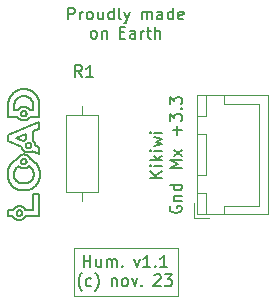
<source format=gbr>
%TF.GenerationSoftware,KiCad,Pcbnew,(7.0.0-0)*%
%TF.CreationDate,2023-11-06T21:22:23+01:00*%
%TF.ProjectId,HygroHiH50xx,48796772-6f48-4694-9835-3078782e6b69,1.1*%
%TF.SameCoordinates,Original*%
%TF.FileFunction,Legend,Top*%
%TF.FilePolarity,Positive*%
%FSLAX46Y46*%
G04 Gerber Fmt 4.6, Leading zero omitted, Abs format (unit mm)*
G04 Created by KiCad (PCBNEW (7.0.0-0)) date 2023-11-06 21:22:23*
%MOMM*%
%LPD*%
G01*
G04 APERTURE LIST*
%ADD10C,0.170004*%
%ADD11C,0.100000*%
%ADD12C,0.150000*%
%ADD13C,0.120000*%
G04 APERTURE END LIST*
D10*
X57411108Y-39497016D02*
X57401504Y-39503089D01*
X58911290Y-29727621D02*
X58900513Y-29694999D01*
X58345641Y-37228872D02*
X58373922Y-37212479D01*
X57515177Y-39315483D02*
X57514262Y-39327334D01*
X57807052Y-34753050D02*
X57815641Y-34760388D01*
X57823862Y-35098189D02*
X57815641Y-35105918D01*
X57586126Y-30662721D02*
X57597357Y-30659575D01*
X57197140Y-38725449D02*
X57157551Y-38732200D01*
X58172214Y-33797494D02*
X58162008Y-33802650D01*
X58496015Y-35924561D02*
X58497792Y-35945452D01*
X58036876Y-30438638D02*
X58021222Y-30426111D01*
X58354572Y-34810073D02*
X58327419Y-34794617D01*
X57668679Y-30652528D02*
X57680697Y-30653430D01*
X58483834Y-35843037D02*
X58487641Y-35863112D01*
X58083598Y-33824467D02*
X58071580Y-33825369D01*
X58938795Y-29827809D02*
X58930430Y-29794026D01*
X57430441Y-30955035D02*
X57427251Y-30943960D01*
X57343881Y-36756852D02*
X57324862Y-36749816D01*
X57370901Y-39088408D02*
X57381386Y-39093083D01*
X57798109Y-34746120D02*
X57807052Y-34753050D01*
X56926837Y-35609291D02*
X56937292Y-35592623D01*
X57424607Y-30838608D02*
X57427251Y-30827317D01*
X57278911Y-34483819D02*
X57245851Y-34512984D01*
X57042076Y-39303474D02*
X57042384Y-39291466D01*
X56959324Y-35560207D02*
X56970902Y-35544462D01*
X57076353Y-39424492D02*
X57070652Y-39414718D01*
X58306467Y-34122788D02*
X58325089Y-34113975D01*
X57824460Y-36793395D02*
X57804010Y-36796800D01*
X56813188Y-35995699D02*
X56813976Y-35974317D01*
X58381298Y-34826096D02*
X58354572Y-34810073D01*
X57411108Y-39109933D02*
X57420389Y-39116442D01*
X56355661Y-36470823D02*
X56367067Y-36503760D01*
X57013118Y-32960300D02*
X57870543Y-32613654D01*
X57072986Y-36600231D02*
X57058444Y-36587419D01*
X56923686Y-36425706D02*
X56913789Y-36409052D01*
X58071580Y-33359147D02*
X58083598Y-33360049D01*
X57032821Y-37257032D02*
X57062640Y-37271674D01*
X58287492Y-34130976D02*
X58306467Y-34122788D01*
X58325089Y-34113975D02*
X58343344Y-34104550D01*
X58047225Y-33825369D02*
X58035207Y-33824467D01*
X56967204Y-36489033D02*
X56955736Y-36473691D01*
X57486909Y-39192231D02*
X57492137Y-39202295D01*
X57597810Y-31466346D02*
X57617205Y-31467912D01*
X57656500Y-30302102D02*
X57613443Y-30303624D01*
X57501118Y-39383716D02*
X57496878Y-39394315D01*
X58877784Y-35364641D02*
X58862094Y-35334607D01*
X58172214Y-33387023D02*
X58182126Y-33392644D01*
X57715645Y-30659575D02*
X57726876Y-30662721D01*
X57473860Y-34784694D02*
X57481301Y-34776224D01*
X58237270Y-28938300D02*
X58207766Y-28924845D01*
X58900513Y-29694999D02*
X58888929Y-29662762D01*
X58066831Y-30465205D02*
X58052084Y-30451674D01*
X57900263Y-33765023D02*
X57892041Y-33757294D01*
X58261830Y-33713276D02*
X58255672Y-33722747D01*
X57699469Y-37403473D02*
X57734604Y-37402268D01*
X58978522Y-31196031D02*
X58978522Y-30187132D01*
X57748518Y-33095672D02*
X57732391Y-33105875D01*
X57852770Y-35063641D02*
X57846170Y-35072793D01*
X57278781Y-39070060D02*
X57290958Y-39070363D01*
X57597357Y-35159217D02*
X57586126Y-35156071D01*
X57242742Y-39072750D02*
X57254585Y-39071265D01*
X57159801Y-28899954D02*
X57129708Y-28912042D01*
X57461525Y-36789536D02*
X57441503Y-36785224D01*
X57543690Y-30680403D02*
X57553896Y-30675248D01*
X56865355Y-30122120D02*
X56866959Y-30101254D01*
X57878838Y-30965880D02*
X57874599Y-30976479D01*
X57508031Y-39361796D02*
X57504840Y-39372871D01*
X58964247Y-29966836D02*
X58959083Y-29931494D01*
X58597276Y-29194871D02*
X58574834Y-29172333D01*
X57062473Y-35442941D02*
X57080640Y-35426553D01*
X57592761Y-35513338D02*
X57624411Y-35515845D01*
X57543690Y-31090874D02*
X57533778Y-31085253D01*
X57434164Y-35013394D02*
X57430441Y-35002550D01*
X57864629Y-34821909D02*
X57869857Y-34831974D01*
X57928952Y-34161563D02*
X57954335Y-34166620D01*
X58681350Y-29290588D02*
X58661213Y-29265823D01*
X56597039Y-35110278D02*
X56576724Y-35135865D01*
X57355372Y-29458627D02*
X57374002Y-29452160D01*
X57089112Y-39163834D02*
X57096140Y-39155016D01*
X57340302Y-38723055D02*
X57319981Y-38721330D01*
X58450336Y-35726860D02*
X58457188Y-35745714D01*
X58236487Y-36597162D02*
X58221651Y-36610004D01*
X57381386Y-39513866D02*
X57370901Y-39518541D01*
X56334480Y-39589035D02*
X56762563Y-39589035D01*
X58218542Y-33419493D02*
X58226764Y-33427223D01*
X57671638Y-33151526D02*
X57657448Y-33164093D01*
X56334480Y-39017914D02*
X56334480Y-39589035D01*
X58023029Y-28859401D02*
X57991204Y-28851212D01*
X58619175Y-29217964D02*
X58597276Y-29194871D01*
X57613665Y-29409079D02*
X57634980Y-29408399D01*
X57099261Y-35410734D02*
X57118343Y-35395490D01*
X57304164Y-31354586D02*
X57334370Y-31375292D01*
X57443144Y-30784460D02*
X57448373Y-30774396D01*
X57564381Y-31100705D02*
X57553896Y-31096030D01*
X56856043Y-36283645D02*
X56849683Y-36264658D01*
X57888395Y-34886122D02*
X57890477Y-34897614D01*
X57216553Y-36699567D02*
X57199477Y-36689950D01*
X57251541Y-36717737D02*
X57233907Y-36708830D01*
X57505950Y-34753050D02*
X57514893Y-34746120D01*
X58794131Y-36810964D02*
X58812082Y-36783247D01*
X58533012Y-37100602D02*
X58557764Y-37079720D01*
X57841305Y-33501418D02*
X57846046Y-33491079D01*
X56946151Y-37209353D02*
X56974576Y-37225872D01*
X57043298Y-39279615D02*
X57044804Y-39267936D01*
X57422524Y-34897614D02*
X57424607Y-34886122D01*
X56451333Y-36692103D02*
X56467610Y-36721616D01*
X56489712Y-29508655D02*
X56475064Y-29538396D01*
X57852216Y-33045452D02*
X57834168Y-33052457D01*
X57427251Y-30827317D02*
X57430441Y-30816242D01*
X58103106Y-34174231D02*
X58124640Y-34172296D01*
X57457593Y-38747065D02*
X57438655Y-38741494D01*
X56871535Y-30060229D02*
X56874504Y-30040068D01*
X58379292Y-35585684D02*
X58389576Y-35602198D01*
X57258091Y-39886662D02*
X57278781Y-39887012D01*
X57437921Y-39476240D02*
X57429331Y-39483577D01*
X57138105Y-39870414D02*
X57157551Y-39874749D01*
X58070139Y-34515918D02*
X58053845Y-34500787D01*
X58793093Y-35220018D02*
X58774285Y-35192755D01*
X57645496Y-38845500D02*
X57630174Y-38833947D01*
X57441503Y-36785224D02*
X57421645Y-36780457D01*
X57044823Y-39839609D02*
X57062915Y-39846949D01*
X57621090Y-37403464D02*
X57656501Y-37403875D01*
X56930477Y-34819613D02*
X56903746Y-34836274D01*
X57080640Y-35426553D02*
X57099261Y-35410734D01*
X57751103Y-34357036D02*
X57727855Y-34353817D01*
X58386475Y-36418647D02*
X58376042Y-36435187D01*
X57434164Y-30965880D02*
X57430441Y-30955035D01*
X57956798Y-33381867D02*
X57967282Y-33377191D01*
X57341292Y-30391712D02*
X57307867Y-30414105D01*
X57186354Y-37323622D02*
X57218116Y-37334667D01*
X57237580Y-38721330D02*
X57197140Y-38725449D01*
X57128230Y-39483577D02*
X57119640Y-39476240D01*
X57489139Y-30720603D02*
X57497361Y-30712874D01*
X57839142Y-30737181D02*
X57846170Y-30745999D01*
X58145944Y-34169611D02*
X58167005Y-34166190D01*
X57424607Y-34886122D02*
X57427251Y-34874831D01*
X56780977Y-29129199D02*
X56757562Y-29150443D01*
X57909880Y-29440542D02*
X57928640Y-29446131D01*
X57781810Y-33076793D02*
X57764995Y-33085974D01*
X57103580Y-39146546D02*
X57111419Y-39138439D01*
X57511654Y-28818458D02*
X57478103Y-28821967D01*
X57082511Y-39433963D02*
X57076353Y-39424492D01*
X57869857Y-34831974D02*
X57874599Y-34842312D01*
X58478952Y-36198396D02*
X58473984Y-36218156D01*
X57918648Y-30362361D02*
X57900236Y-30353760D01*
X56921457Y-29869042D02*
X56928958Y-29851237D01*
X58095442Y-33822983D02*
X58083598Y-33824467D01*
X58309399Y-35493624D02*
X58322018Y-35508129D01*
X58490940Y-35883392D02*
X58493731Y-35903875D01*
X58862365Y-36696840D02*
X58877938Y-36666951D01*
X57928640Y-29446131D02*
X57947139Y-29452160D01*
X57944730Y-34423428D02*
X57924821Y-34412941D01*
X56537876Y-35188657D02*
X56519342Y-35215858D01*
X57448373Y-30996882D02*
X57443144Y-30986818D01*
X56815289Y-35953146D02*
X56817128Y-35932185D01*
X57982598Y-36749816D02*
X57963355Y-36756852D01*
X57315074Y-37362905D02*
X57347953Y-37370685D01*
X57752770Y-38954064D02*
X57740957Y-38939031D01*
X57597357Y-30659575D02*
X57608808Y-30656968D01*
X57467708Y-31438884D02*
X57485617Y-31444506D01*
X57748622Y-34718086D02*
X57759106Y-34722761D01*
X57632306Y-30653430D02*
X57644324Y-30652528D01*
X58811278Y-35247834D02*
X58793093Y-35220018D01*
X58008838Y-31354586D02*
X58037633Y-31332113D01*
X57111419Y-39138439D02*
X57119640Y-39130709D01*
X58504495Y-29108601D02*
X58480043Y-29088652D01*
X57680697Y-30653430D02*
X57692540Y-30654915D01*
X57823311Y-30325618D02*
X57803327Y-30320213D01*
X57461421Y-39451933D02*
X57453981Y-39460403D01*
X58037633Y-31332113D02*
X58064935Y-31307955D01*
X58468490Y-36237665D02*
X58462469Y-36256921D01*
X57096140Y-39155016D02*
X57103580Y-39146546D01*
X58835848Y-29538395D02*
X58821076Y-29508654D01*
X57794999Y-39589035D02*
X58978522Y-39589035D01*
X57042384Y-39315483D02*
X57042076Y-39303474D01*
X57656501Y-28812219D02*
X57648947Y-28812219D01*
X56937292Y-35592623D02*
X56948121Y-35576261D01*
X58525262Y-33232312D02*
X58502968Y-33205912D01*
X57314820Y-39534199D02*
X57302976Y-39535684D01*
X57874599Y-30794799D02*
X57878838Y-30805397D01*
X57783405Y-36799750D02*
X57762646Y-36802247D01*
X58435799Y-30020141D02*
X58439072Y-30040068D01*
X58182126Y-33791872D02*
X58172214Y-33797494D01*
X57237580Y-39885619D02*
X57258091Y-39886662D01*
X58605759Y-37036056D02*
X58629004Y-37013278D01*
X57049530Y-39361796D02*
X57046886Y-39350505D01*
X58499816Y-36031338D02*
X58499036Y-36053086D01*
X57737873Y-35152400D02*
X57726876Y-35156071D01*
X57481301Y-35090081D02*
X57473860Y-35081611D01*
X58346095Y-35538147D02*
X58357550Y-35553658D01*
X56461014Y-29568686D02*
X56447560Y-29599524D01*
X58738214Y-29368214D02*
X58719852Y-29341784D01*
X58266267Y-28952407D02*
X58237270Y-28938300D01*
X58081356Y-34175402D02*
X58103106Y-34174231D01*
X56753205Y-34948896D02*
X56729752Y-34969779D01*
X57681934Y-34041706D02*
X57701487Y-34057013D01*
X58978522Y-37726682D02*
X58449713Y-37726682D01*
X57514893Y-30698606D02*
X57524173Y-30692097D01*
X57360422Y-39881500D02*
X57400010Y-39874749D01*
X58277500Y-33501418D02*
X58281740Y-33512017D01*
X57508031Y-39245153D02*
X57510674Y-39256444D01*
X57003466Y-37241765D02*
X57032821Y-37257032D01*
X57098430Y-29611464D02*
X57112058Y-29599316D01*
X57510674Y-39256444D02*
X57512757Y-39267936D01*
X56826367Y-34889871D02*
X56801512Y-34908943D01*
X56819328Y-36124740D02*
X56817025Y-36103750D01*
X58011709Y-33820929D02*
X58000259Y-33818322D01*
X56870275Y-36320869D02*
X56862908Y-36302382D01*
X57514893Y-31072671D02*
X57505950Y-31065741D01*
X57081300Y-39853711D02*
X57099968Y-39859884D01*
X58490701Y-36137611D02*
X58487309Y-36158122D01*
X58978522Y-33749689D02*
X58650912Y-33615103D01*
X57099968Y-28924845D02*
X57070713Y-28938300D01*
X57434164Y-34852911D02*
X57438403Y-34842312D01*
X57251987Y-28868369D02*
X57220941Y-28878118D01*
X58226764Y-33427223D02*
X58234602Y-33435330D01*
X57427251Y-34991475D02*
X57424607Y-34980184D01*
X56484506Y-36750576D02*
X56502023Y-36778983D01*
X57314129Y-34457135D02*
X57278911Y-34483819D01*
X57319981Y-39885619D02*
X57360422Y-39881500D01*
X57497361Y-30712874D02*
X57505950Y-30705537D01*
X57575129Y-30666392D02*
X57586126Y-30662721D01*
X57283348Y-28859401D02*
X57251987Y-28868369D01*
X57831701Y-30728711D02*
X57839142Y-30737181D01*
X58051375Y-35367830D02*
X58073300Y-35347442D01*
X58579817Y-34974592D02*
X58556482Y-34954062D01*
X57500898Y-35496284D02*
X57530960Y-35503514D01*
X58378627Y-29833762D02*
X58386284Y-29851237D01*
X58640980Y-33483906D02*
X58633242Y-33449167D01*
X57597357Y-34707089D02*
X57608808Y-34704482D01*
X58907310Y-36605536D02*
X58921109Y-36574010D01*
X57502059Y-36796800D02*
X57481711Y-36793395D01*
X57908852Y-33772361D02*
X57900263Y-33765023D01*
X57215090Y-34544489D02*
X57186770Y-34578196D01*
X57839142Y-34784694D02*
X57846170Y-34793513D01*
X58487309Y-36158122D02*
X58483393Y-36178384D01*
X57783069Y-30315486D02*
X57762550Y-30311451D01*
X57103580Y-39460403D02*
X57096140Y-39451933D01*
X56318447Y-36335438D02*
X56326488Y-36369831D01*
X57823006Y-33604266D02*
X57822698Y-33592258D01*
X58293379Y-33627796D02*
X58291296Y-33639289D01*
X58217526Y-35407312D02*
X58236518Y-35422859D01*
X58285462Y-33522862D02*
X58288653Y-33533937D01*
X57788829Y-35126695D02*
X57779225Y-35132767D01*
X57664055Y-37403875D02*
X57699469Y-37403473D01*
X56690358Y-29217964D02*
X56669117Y-29241615D01*
X57726876Y-35156071D02*
X57715645Y-35159217D01*
X57869857Y-30986818D02*
X57864629Y-30996882D01*
X58934104Y-35490304D02*
X58921109Y-35458088D01*
X57691334Y-28812609D02*
X57656501Y-28812219D01*
X57689029Y-38882964D02*
X57674935Y-38870020D01*
X57089112Y-39443115D02*
X57082511Y-39433963D01*
X57319981Y-38721330D02*
X57299470Y-38720287D01*
X56661553Y-35036772D02*
X56639453Y-35060730D01*
X58582387Y-33318926D02*
X58565040Y-33288887D01*
X57701487Y-34057013D02*
X57721697Y-34071512D01*
X57663063Y-34025617D02*
X57681934Y-34041706D01*
X56294725Y-36194199D02*
X56299388Y-36230060D01*
X57644898Y-34008770D02*
X57663063Y-34025617D01*
X58000259Y-33818322D02*
X57989028Y-33815176D01*
X57870543Y-32613654D02*
X57870543Y-33039017D01*
X58377195Y-29015335D02*
X58350221Y-28998628D01*
X57656501Y-35516690D02*
X57688818Y-35515836D01*
X57686016Y-29408399D02*
X57707706Y-29409079D01*
X57301021Y-29480477D02*
X57318831Y-29472830D01*
X58651744Y-36989870D02*
X58673883Y-36965926D01*
X57564381Y-35148220D02*
X57553896Y-35143544D01*
X56648477Y-29265824D02*
X56628438Y-29290589D01*
X58255062Y-35438968D02*
X58269223Y-35452127D01*
X57729126Y-29410210D02*
X57750277Y-29411792D01*
X57823920Y-33616117D02*
X57823006Y-33604266D01*
X56304897Y-35753952D02*
X56299388Y-35789307D01*
X58396537Y-36401804D02*
X58386475Y-36418647D01*
X57760084Y-28815729D02*
X57725861Y-28813779D01*
X56863685Y-37156030D02*
X56890705Y-37174433D01*
X58316853Y-37244616D02*
X58345641Y-37228872D01*
X57515177Y-39291466D02*
X57515485Y-39303474D01*
X58754855Y-35166044D02*
X58734803Y-35139884D01*
X57774053Y-34361135D02*
X57751103Y-34357036D01*
X58261830Y-33471241D02*
X58267531Y-33481015D01*
X57620462Y-35163877D02*
X57608808Y-35161824D01*
X58292608Y-29691423D02*
X58303677Y-29705912D01*
X57715645Y-35159217D02*
X57704195Y-35161824D01*
X58231642Y-29623956D02*
X58244582Y-29636786D01*
X57390469Y-34411763D02*
X57351362Y-34433070D01*
X57058444Y-36587419D02*
X57044238Y-36574318D01*
X57118308Y-36636538D02*
X57102919Y-36624791D01*
X57842671Y-35487253D02*
X57871588Y-35476980D01*
X58433094Y-36331407D02*
X58424506Y-36349461D01*
X56959181Y-39794637D02*
X56975629Y-39804696D01*
X57883691Y-34394192D02*
X57862506Y-34385966D01*
X58755982Y-29395198D02*
X58738214Y-29368214D01*
X57891983Y-30861779D02*
X57892897Y-30873630D01*
X56992429Y-39814234D02*
X57009569Y-39823240D01*
X57891983Y-34909293D02*
X57892897Y-34921145D01*
X57048261Y-35456507D02*
X57062473Y-35442941D01*
X57217259Y-39883894D02*
X57237580Y-39885619D01*
X57764995Y-33085974D02*
X57748518Y-33095672D01*
X58073300Y-35347442D02*
X58094153Y-35325985D01*
X56985857Y-28982571D02*
X56958543Y-28998628D01*
X56299388Y-35789307D02*
X56294725Y-35825037D01*
X57119640Y-39130709D02*
X57128230Y-39123372D01*
X58095442Y-33361534D02*
X58107096Y-33363587D01*
X58176735Y-29576052D02*
X58190912Y-29587511D01*
X58035708Y-29488473D02*
X58052568Y-29496816D01*
X56943097Y-39784068D02*
X56959181Y-39794637D01*
X57496878Y-39212634D02*
X57501118Y-39223233D01*
X56979065Y-36504050D02*
X56967204Y-36489033D01*
X57813078Y-35496066D02*
X57842671Y-35487253D01*
X57081300Y-38753238D02*
X57044823Y-38767340D01*
X57936679Y-33791872D02*
X57927075Y-33785800D01*
X57645496Y-39761448D02*
X57674935Y-39736929D01*
X56868533Y-39723985D02*
X56882626Y-39736929D01*
X57524173Y-31079180D02*
X57514893Y-31072671D01*
X57581932Y-39804696D02*
X57614464Y-39784068D01*
X57424607Y-30932669D02*
X57422524Y-30921177D01*
X57880345Y-31426029D02*
X57914305Y-31411093D01*
X58978522Y-39589035D02*
X58978522Y-37726682D01*
X58085396Y-29514546D02*
X58101365Y-29523932D01*
X58403663Y-29032691D02*
X58377195Y-29015335D01*
X57216669Y-29523932D02*
X57232907Y-29514546D01*
X57454073Y-31006656D02*
X57448373Y-30996882D01*
X58269343Y-29663441D02*
X58281163Y-29677266D01*
X58291296Y-33545228D02*
X58293379Y-33556720D01*
X57737873Y-31104886D02*
X57726876Y-31108556D01*
X57429331Y-39483577D02*
X57420389Y-39490507D01*
X58124640Y-34172296D02*
X58145944Y-34169611D01*
X57926666Y-28837175D02*
X57893950Y-28831326D01*
X57512757Y-39267936D02*
X57514262Y-39279615D01*
X56367067Y-35516971D02*
X56355661Y-35549703D01*
X57102919Y-36624791D02*
X57087811Y-36612689D01*
X57200750Y-29533664D02*
X57216669Y-29523932D01*
X57470246Y-29426424D02*
X57490115Y-29422605D01*
X57692540Y-34702428D02*
X57704195Y-34704482D01*
X56804791Y-38954064D02*
X56782649Y-38985268D01*
X57444863Y-28826257D02*
X57411934Y-28831326D01*
X57863133Y-33722747D02*
X57856975Y-33713276D01*
X56874504Y-30040068D02*
X56877925Y-30020141D01*
X58288653Y-33650580D02*
X58285462Y-33661655D01*
X58094892Y-30493703D02*
X58081105Y-30479219D01*
X58147483Y-29554167D02*
X58162259Y-29564937D01*
X57137172Y-39490507D02*
X57128230Y-39483577D01*
X56520801Y-29450824D02*
X56504958Y-29479464D01*
X56359568Y-29896544D02*
X56353691Y-29931495D01*
X58976938Y-30112124D02*
X58974958Y-30075213D01*
X56734637Y-29172334D02*
X56712201Y-29194871D01*
X58805702Y-29479463D02*
X58789727Y-29450823D01*
X58038109Y-37355285D02*
X58070399Y-37346049D01*
X58116740Y-28888646D02*
X58085796Y-28878118D01*
X57156057Y-39503089D02*
X57146453Y-39497016D01*
X58773153Y-29422734D02*
X58755982Y-29395198D01*
X58294884Y-33568399D02*
X58295799Y-33580250D01*
X58994644Y-35691278D02*
X58986637Y-35656870D01*
X58370588Y-29816620D02*
X58378627Y-29833762D01*
X56620214Y-36937738D02*
X56642104Y-36962239D01*
X57627466Y-33991190D02*
X57644898Y-34008770D01*
X58114739Y-31254892D02*
X58137082Y-31226147D01*
X57431308Y-34393352D02*
X57390469Y-34411763D01*
X58143059Y-36668516D02*
X58126448Y-36679078D01*
X57702689Y-39710600D02*
X57728665Y-39682555D01*
X57779225Y-35132767D02*
X57769312Y-35138389D01*
X56869020Y-30080624D02*
X56871535Y-30060229D01*
X58324687Y-29735884D02*
X58334626Y-29751368D01*
X59028884Y-36017291D02*
X59028460Y-35979619D01*
X57400010Y-39874749D02*
X57438655Y-39865455D01*
X59028460Y-35979619D02*
X59027187Y-35942308D01*
X57874599Y-30976479D02*
X57869857Y-30986818D01*
X58946272Y-36509808D02*
X58957611Y-36477118D01*
X57579815Y-33934298D02*
X57594899Y-33953929D01*
X57254585Y-39071265D02*
X57266603Y-39070363D01*
X58946272Y-35522886D02*
X58934104Y-35490304D01*
X57042384Y-39291466D02*
X57043298Y-39279615D01*
X58092321Y-36699057D02*
X58074802Y-36708474D01*
X58499822Y-35987843D02*
X58500076Y-36009345D01*
X56711479Y-37032375D02*
X56735661Y-37054564D01*
X57903971Y-34155450D02*
X57928952Y-34161563D01*
X57668679Y-31118749D02*
X57656501Y-31119053D01*
X57186770Y-34578196D02*
X57161034Y-34613967D01*
X58661213Y-29265823D02*
X58640488Y-29241615D01*
X57788829Y-34739611D02*
X57798109Y-34746120D01*
X57553896Y-31096030D02*
X57543690Y-31090874D01*
X56554283Y-29395199D02*
X56537242Y-29422735D01*
X57552172Y-33893160D02*
X57565564Y-33914034D01*
X57471455Y-35487568D02*
X57500898Y-35496284D01*
X57978031Y-33811505D02*
X57967282Y-33807325D01*
X58673883Y-36965926D02*
X58695421Y-36941446D01*
X57807052Y-31065741D02*
X57798109Y-31072671D01*
X58986637Y-35656870D02*
X58977795Y-35622826D01*
X57888395Y-34980184D02*
X57885751Y-34991475D01*
X56558306Y-36860871D02*
X56578316Y-36887053D01*
X57302976Y-39535684D02*
X57290958Y-39536586D01*
X56340756Y-30038696D02*
X56338011Y-30075214D01*
X57892041Y-33757294D02*
X57884203Y-33749187D01*
X56642104Y-36962239D02*
X56664624Y-36986177D01*
X56948121Y-35576261D02*
X56959324Y-35560207D01*
X57825426Y-33556720D02*
X57827508Y-33545228D01*
X58978522Y-34334965D02*
X58978522Y-33749689D01*
X56379313Y-35484612D02*
X56367067Y-35516971D01*
X57438655Y-38741494D02*
X57419456Y-38736535D01*
X56881798Y-30000447D02*
X56886121Y-29980984D01*
X58629004Y-37013278D02*
X58651744Y-36989870D01*
X57391592Y-39098239D02*
X57401504Y-39103860D01*
X57946592Y-33387023D02*
X57956798Y-33381867D01*
X56299388Y-36230060D02*
X56304897Y-36265553D01*
X58059403Y-34175795D02*
X58081356Y-34175402D01*
X58357550Y-35553658D02*
X58368616Y-35569504D01*
X58118546Y-33366194D02*
X58129778Y-33369340D01*
X57411934Y-28831326D02*
X57379318Y-28837175D01*
X56819492Y-35911435D02*
X56822381Y-35890897D01*
X57379318Y-28837175D02*
X57347014Y-28843804D01*
X57834168Y-33052457D02*
X57816409Y-33060024D01*
X57882560Y-30816242D02*
X57885751Y-30827317D01*
X57656501Y-31119053D02*
X57644324Y-31118749D01*
X57161034Y-34613967D02*
X57138024Y-34651661D01*
X57959083Y-28843804D02*
X57926666Y-28837175D01*
X57044804Y-39339013D02*
X57043298Y-39327334D01*
X57704195Y-35161824D02*
X57692540Y-35163877D01*
X56451136Y-35330005D02*
X56435565Y-35359870D01*
X57878838Y-35013394D02*
X57874599Y-35023993D01*
X57779225Y-31085253D02*
X57769312Y-31090874D01*
X57453981Y-39146546D02*
X57461421Y-39155016D01*
X57578597Y-31464171D02*
X57597810Y-31466346D01*
X56777124Y-34928618D02*
X56753205Y-34948896D01*
X57721697Y-34071512D02*
X57742537Y-34085178D01*
X57460231Y-31016127D02*
X57454073Y-31006656D01*
X57720660Y-36805879D02*
X57699431Y-36807013D01*
X57007888Y-35499083D02*
X57020969Y-35484579D01*
X58407597Y-34842685D02*
X58381298Y-34826096D01*
X57374002Y-29452160D02*
X57392837Y-29446131D01*
X57869857Y-35034332D02*
X57864629Y-35044396D01*
X57082511Y-39172986D02*
X57089112Y-39163834D01*
X57827508Y-33545228D02*
X57830152Y-33533937D01*
X57846046Y-33491079D02*
X57851274Y-33481015D01*
X57287646Y-36734487D02*
X57269454Y-36726289D01*
X56953654Y-29799809D02*
X56962615Y-29783331D01*
X57798109Y-31072671D02*
X57788829Y-31079180D01*
X57917795Y-33779291D02*
X57908852Y-33772361D01*
X56863288Y-30186139D02*
X56863518Y-30164561D01*
X57720781Y-30305506D02*
X57699557Y-30303624D01*
X57182682Y-36679978D02*
X57166167Y-36669650D01*
X57460231Y-34802664D02*
X57466832Y-34793513D01*
X57505950Y-30705537D02*
X57514893Y-30698606D01*
X57468449Y-39443115D02*
X57461421Y-39451933D01*
X57763984Y-34097987D02*
X57786011Y-34109914D01*
X58294884Y-33616117D02*
X58293379Y-33627796D01*
X58287560Y-37259711D02*
X58316853Y-37244616D01*
X57250156Y-37344896D02*
X57282476Y-37354309D01*
X57983354Y-29465532D02*
X58001101Y-29472830D01*
X56338011Y-30075214D02*
X56336050Y-30112126D01*
X57846170Y-35072793D02*
X57839142Y-35081611D01*
X57726876Y-31108556D02*
X57715645Y-31111703D01*
X58035207Y-33824467D02*
X58023364Y-33822983D01*
X56817128Y-35932185D02*
X56819492Y-35911435D01*
X58001101Y-29472830D02*
X58018553Y-29480477D01*
X57042107Y-34758981D02*
X57013493Y-34773238D01*
X58907292Y-35426381D02*
X58892851Y-35395233D01*
X56406208Y-36600260D02*
X56420633Y-36631424D01*
X58102398Y-37336009D02*
X58134105Y-37325167D01*
X57241667Y-35349406D02*
X57263534Y-35369541D01*
X57315024Y-28851212D02*
X57283348Y-28859401D01*
X57218109Y-30493703D02*
X57192049Y-30524027D01*
X57481711Y-36793395D02*
X57461525Y-36789536D01*
X58090664Y-31282188D02*
X58114739Y-31254892D01*
X58978126Y-30149431D02*
X58976938Y-30112124D01*
X58775584Y-36838140D02*
X58794131Y-36810964D01*
X57989028Y-33815176D02*
X57978031Y-33811505D01*
X57878838Y-30805397D02*
X57882560Y-30816242D01*
X57454073Y-30764621D02*
X57460231Y-30755150D01*
X57168096Y-30556072D02*
X57146357Y-30589734D01*
X57885751Y-30943960D02*
X57882560Y-30955035D01*
X57401504Y-39503089D02*
X57391592Y-39508710D01*
X58551890Y-29150442D02*
X58528444Y-29129198D01*
X57013657Y-28967164D02*
X56985857Y-28982571D01*
X56834199Y-35830552D02*
X56839189Y-35810863D01*
X58249071Y-33452618D02*
X58255672Y-33461770D01*
X57438403Y-30794799D02*
X57443144Y-30784460D01*
X57197409Y-39522722D02*
X57186660Y-39518541D01*
X57420104Y-30873630D02*
X57421019Y-30861779D01*
X58651164Y-33592257D02*
X58650010Y-33555519D01*
X57878838Y-34852911D02*
X57882560Y-34863756D01*
X57614464Y-38822881D02*
X57598380Y-38812312D01*
X57890856Y-29435394D02*
X57909880Y-29440542D01*
X57674935Y-38870020D02*
X57660421Y-38857529D01*
X57478973Y-33707227D02*
X57484587Y-33732079D01*
X57609136Y-34351458D02*
X57562792Y-34356891D01*
X56913789Y-36409052D02*
X56904286Y-36392067D01*
X56888750Y-35679021D02*
X56897713Y-35661132D01*
X57954398Y-30381350D02*
X57936707Y-30371562D01*
X57197140Y-39881500D02*
X57217259Y-39883894D01*
X57092921Y-37285692D02*
X57123664Y-37299086D01*
X58972183Y-30038694D02*
X58968613Y-30002569D01*
X56838476Y-36225932D02*
X56833631Y-36206194D01*
X57852019Y-29426424D02*
X57871570Y-29430688D01*
X58716360Y-36916427D02*
X58736699Y-36890871D01*
X57299470Y-38720287D02*
X57278781Y-38719937D01*
X58373922Y-37212479D02*
X58401698Y-37195439D01*
X58251032Y-36583943D02*
X58236487Y-36597162D01*
X57827620Y-28821967D02*
X57794003Y-28818458D01*
X57460231Y-30755150D02*
X57466832Y-30745999D01*
X57579684Y-28813779D02*
X57545514Y-28815729D01*
X56904286Y-36392067D02*
X56895178Y-36374748D01*
X59022101Y-36165561D02*
X59025067Y-36129050D01*
X59008147Y-36272844D02*
X59013640Y-36237460D01*
X58053845Y-34500787D02*
X58036981Y-34486265D01*
X58399350Y-32408794D02*
X58978522Y-32170662D01*
X58005133Y-30414105D02*
X57988624Y-30402635D01*
X58107096Y-33820929D02*
X58095442Y-33822983D01*
X57890477Y-30921177D02*
X57888395Y-30932669D01*
X57803327Y-30320213D02*
X57783069Y-30315486D01*
X57012875Y-29705912D02*
X57024015Y-29691423D01*
X56970902Y-35544462D02*
X56982855Y-35529025D01*
X56284542Y-35971728D02*
X56284117Y-36009345D01*
X58115413Y-34564788D02*
X58100941Y-34547937D01*
X56833631Y-36206194D02*
X56829293Y-36186206D01*
X57233907Y-36708830D02*
X57216553Y-36699567D01*
X59018292Y-35832547D02*
X59013640Y-35796685D01*
X58557764Y-37079720D02*
X58582013Y-37058204D01*
X58736699Y-36890871D02*
X58756441Y-36864775D01*
X57420104Y-30897647D02*
X57419796Y-30885638D01*
X57785218Y-39001416D02*
X57774912Y-38985268D01*
X56995184Y-35513899D02*
X57007888Y-35499083D01*
X56813182Y-36039281D02*
X56812926Y-36017291D01*
X58191101Y-36634548D02*
X58175384Y-36646251D01*
X58279068Y-36556613D02*
X58265241Y-36570429D01*
X57965377Y-29458627D02*
X57983354Y-29465532D01*
X58362168Y-29799809D02*
X58370588Y-29816620D01*
X57411880Y-29440542D02*
X57431129Y-29435394D01*
X57598380Y-38812312D02*
X57581932Y-38802253D01*
X57169880Y-29554167D02*
X57185153Y-29543742D01*
X58198085Y-35392329D02*
X58217526Y-35407312D01*
X58147393Y-28899954D02*
X58116740Y-28888646D01*
X57231087Y-39532146D02*
X57219637Y-39529539D01*
X57351362Y-34433070D02*
X57314129Y-34457135D01*
X58386284Y-29851237D02*
X58393558Y-29869042D01*
X58296107Y-33592258D02*
X58295799Y-33604266D01*
X58700897Y-29315908D02*
X58681350Y-29290588D01*
X58401698Y-37195439D02*
X58428969Y-37177754D01*
X58393558Y-29869042D02*
X58400413Y-29887128D01*
X57553896Y-30675248D02*
X57564381Y-30670572D01*
X57512738Y-39839609D02*
X57547993Y-39823240D01*
X58257149Y-29649948D02*
X58269343Y-29663441D01*
X57112058Y-29599316D02*
X57126019Y-29587511D01*
X58892851Y-35395233D02*
X58877784Y-35364641D01*
X57864900Y-36785224D02*
X57844756Y-36789536D01*
X57624411Y-35515845D02*
X57656501Y-35516690D01*
X57823862Y-31050674D02*
X57815641Y-31058404D01*
X56304897Y-36265553D02*
X56311250Y-36300679D01*
X58295799Y-33604266D02*
X58294884Y-33616117D01*
X57699431Y-36807013D02*
X57678045Y-36807694D01*
X56381889Y-29794027D02*
X56373667Y-29827810D01*
X58176650Y-30607139D02*
X58166644Y-30589734D01*
X57614464Y-39784068D02*
X57645496Y-39761448D01*
X57794999Y-39017914D02*
X57785218Y-39001416D01*
X57278781Y-38719937D02*
X57237580Y-38721330D01*
X57862402Y-30338411D02*
X57843007Y-30331688D01*
X56608999Y-29315909D02*
X56590161Y-29341785D01*
X57832203Y-29422605D02*
X57852019Y-29426424D01*
X57232907Y-29514546D02*
X57249463Y-29505507D01*
X56981629Y-29751368D02*
X56991682Y-29735884D01*
X56287938Y-35897628D02*
X56285816Y-35934489D01*
X57248067Y-31307955D02*
X57275369Y-31332113D01*
X56886464Y-36357095D02*
X56878146Y-36339105D01*
X57543690Y-34727917D02*
X57553896Y-34722761D01*
X57392837Y-29446131D02*
X57411880Y-29440542D01*
X58408970Y-35636227D02*
X58418077Y-35653740D01*
X57771160Y-29413824D02*
X57791774Y-29416304D01*
X57489689Y-30325618D02*
X57450598Y-30338411D01*
X57559577Y-31461397D02*
X57578597Y-31464171D01*
X57831706Y-34131023D02*
X57855323Y-34140155D01*
X57837065Y-33512017D02*
X57841305Y-33501418D01*
X57454073Y-34812135D02*
X57460231Y-34802664D01*
X57741782Y-30308120D02*
X57720781Y-30305506D01*
X57752038Y-35509134D02*
X57782852Y-35503374D01*
X58267531Y-33481015D02*
X58272759Y-33491079D01*
X56877925Y-30020141D02*
X56881798Y-30000447D01*
X57448373Y-34821909D02*
X57454073Y-34812135D01*
X57825426Y-33627796D02*
X57823920Y-33616117D01*
X57815641Y-30712874D02*
X57823862Y-30720603D01*
X58812082Y-36783247D02*
X58829437Y-36754987D01*
X57871588Y-35476980D02*
X57899784Y-35465289D01*
X57199392Y-35340452D02*
X57220864Y-35328220D01*
X57794003Y-28818458D02*
X57760084Y-28815729D01*
X57334370Y-31375292D02*
X57365908Y-31394154D01*
X57016997Y-36547168D02*
X57003962Y-36533116D01*
X57737873Y-30666392D02*
X57748622Y-30670572D01*
X58234602Y-33435330D02*
X58242043Y-33443800D01*
X57884203Y-33435330D02*
X57892041Y-33427223D01*
X58376042Y-36435187D02*
X58365235Y-36451425D01*
X57830152Y-33533937D02*
X57833343Y-33522862D01*
X58036981Y-34486265D02*
X58019563Y-34472371D01*
X58426790Y-35671586D02*
X58435109Y-35689765D01*
X57830152Y-33650580D02*
X57827508Y-33639289D01*
X57185153Y-29543742D02*
X57200750Y-29533664D01*
X57656501Y-31469176D02*
X57695797Y-31467912D01*
X56944659Y-36458024D02*
X56933976Y-36442029D01*
X58314371Y-29720732D02*
X58324687Y-29735884D01*
X57524173Y-34739611D02*
X57533778Y-34733539D01*
X57914305Y-31411093D02*
X57947094Y-31394154D01*
X58151523Y-33377191D02*
X58162008Y-33381867D01*
X57764092Y-38969480D02*
X57752770Y-38954064D01*
X57473860Y-30737181D02*
X57481301Y-30728711D01*
X57680697Y-31117848D02*
X57668679Y-31118749D01*
X57517399Y-33827134D02*
X57528064Y-33849685D01*
X57266603Y-39070363D02*
X57278781Y-39070060D01*
X57890477Y-30850100D02*
X57891983Y-30861779D01*
X58435109Y-35689765D02*
X58442976Y-35708211D01*
X58714129Y-35114275D02*
X58692835Y-35089216D01*
X57882560Y-35002550D02*
X57878838Y-35013394D01*
X57515485Y-39303474D02*
X57515177Y-39315483D01*
X57326474Y-39532146D02*
X57314820Y-39534199D01*
X57254585Y-39535684D02*
X57242742Y-39534199D01*
X58532725Y-34934092D02*
X58508547Y-34914685D01*
X57759106Y-30675248D02*
X57769312Y-30680403D01*
X57728665Y-39682555D02*
X57752770Y-39652885D01*
X56957679Y-34803553D02*
X56930477Y-34819613D01*
X57788829Y-31079180D02*
X57779225Y-31085253D01*
X57924423Y-36769563D02*
X57904733Y-36775237D01*
X57704195Y-31114310D02*
X57692540Y-31116363D01*
X57496878Y-39394315D02*
X57492137Y-39404654D01*
X57076353Y-39182457D02*
X57082511Y-39172986D01*
X57841305Y-33683098D02*
X57837065Y-33672499D01*
X57140311Y-29576052D02*
X57154932Y-29564937D01*
X57060682Y-39394315D02*
X57056443Y-39383716D01*
X57263534Y-35369541D02*
X57286422Y-35388582D01*
X57249463Y-29505507D02*
X57266336Y-29496816D01*
X57360761Y-35438704D02*
X57387283Y-35452932D01*
X58378702Y-34083919D02*
X58978522Y-34334965D01*
X58415552Y-36367211D02*
X58406229Y-36384659D01*
X57741731Y-36804290D02*
X57720660Y-36805879D01*
X57620462Y-31116363D02*
X57608808Y-31114310D01*
X57688818Y-35515836D02*
X57720679Y-35513303D01*
X58132409Y-29543742D02*
X58147483Y-29554167D01*
X57492137Y-39202295D02*
X57496878Y-39212634D01*
X57734604Y-37402268D02*
X57769460Y-37400261D01*
X56355661Y-35549703D02*
X56345095Y-35582808D01*
X57430441Y-30816242D02*
X57434164Y-30805397D01*
X58651058Y-33609368D02*
X58651132Y-33603681D01*
X56311250Y-36300679D02*
X56318447Y-36335438D01*
X58157858Y-35364069D02*
X58178196Y-35377914D01*
X57807052Y-30705537D02*
X57815641Y-30712874D01*
X58322743Y-28982571D02*
X58294758Y-28967163D01*
X57453981Y-39460403D02*
X57446142Y-39468510D01*
X57166167Y-36669650D02*
X57149933Y-36658968D01*
X56706767Y-34991266D02*
X56684249Y-35013359D01*
X56936825Y-29833762D02*
X56945057Y-29816620D01*
X57823006Y-33580250D02*
X57823920Y-33568399D01*
X58330571Y-36498321D02*
X58318263Y-36513348D01*
X57400010Y-38732200D02*
X57380328Y-38728501D01*
X56628438Y-29290589D02*
X56608999Y-29315909D01*
X57065424Y-39404654D02*
X57060682Y-39394315D01*
X58756441Y-36864775D02*
X58775584Y-36838140D01*
X58829437Y-36754987D02*
X58846198Y-36726186D01*
X57769312Y-31090874D02*
X57759106Y-31096030D01*
X58209953Y-33772361D02*
X58201011Y-33779291D01*
X58479520Y-35823165D02*
X58483834Y-35843037D01*
X57443144Y-35034332D02*
X57438403Y-35023993D01*
X58117036Y-29533664D02*
X58132409Y-29543742D01*
X57146357Y-30589734D02*
X57126937Y-30624910D01*
X57514262Y-39279615D02*
X57515177Y-39291466D01*
X57420104Y-34921145D02*
X57421019Y-34909293D01*
X58343344Y-34104550D02*
X58361220Y-34094527D01*
X58166684Y-34637388D02*
X58154895Y-34618495D01*
X56467610Y-36721616D02*
X56484506Y-36750576D01*
X58004487Y-35405228D02*
X58028423Y-35387107D01*
X57175920Y-31226147D02*
X57198262Y-31254892D01*
X58623445Y-33415231D02*
X58611658Y-33382167D01*
X59001814Y-35726050D02*
X58994644Y-35691278D01*
X57704195Y-30656968D02*
X57715645Y-30659575D01*
X56890894Y-29961753D02*
X56896115Y-29942753D01*
X57822698Y-33592258D02*
X57823006Y-33580250D01*
X57608808Y-34704482D02*
X57620462Y-34702428D01*
X58206523Y-36622466D02*
X58191101Y-36634548D01*
D11*
X61911000Y-42288000D02*
X70674000Y-42288000D01*
X70674000Y-42288000D02*
X70674000Y-46352000D01*
X70674000Y-46352000D02*
X61911000Y-46352000D01*
X61911000Y-46352000D02*
X61911000Y-42288000D01*
D10*
X56914455Y-29887128D02*
X56921457Y-29869042D01*
X57489139Y-31050674D02*
X57481301Y-31042567D01*
X57656501Y-34349616D02*
X57609136Y-34351458D01*
X57908852Y-33412156D02*
X57917795Y-33405225D01*
X57222338Y-31282188D02*
X57248067Y-31307955D01*
X56435565Y-35359870D02*
X56420585Y-35390262D01*
X58236518Y-35422859D02*
X58255062Y-35438968D01*
X57421019Y-30909498D02*
X57420104Y-30897647D01*
X57443144Y-30986818D02*
X57438403Y-30976479D01*
X56735661Y-37054564D02*
X56760318Y-37076120D01*
X57318831Y-29472830D02*
X57336950Y-29465532D01*
X57701240Y-33127755D02*
X57686239Y-33139409D01*
X57401953Y-36775237D02*
X57382427Y-36769563D01*
X57833343Y-33661655D02*
X57830152Y-33650580D01*
X56854872Y-38896349D02*
X56828897Y-38924394D01*
X57660421Y-38857529D02*
X57645496Y-38845500D01*
X56829734Y-35850455D02*
X56834199Y-35830552D01*
X56912065Y-38845500D02*
X56882626Y-38870020D01*
X56538922Y-36834132D02*
X56558306Y-36860871D01*
X57307867Y-30414105D02*
X57276124Y-30438638D01*
X57530472Y-29416304D02*
X57550960Y-29413824D01*
X57586126Y-35156071D02*
X57575129Y-35152400D01*
X58565040Y-33288887D02*
X58545975Y-33259992D01*
X57716628Y-33116573D02*
X57701240Y-33127755D01*
X57310285Y-35406485D02*
X57335080Y-35423207D01*
X57656501Y-35166568D02*
X57644324Y-35166264D01*
X57290958Y-39070363D02*
X57302976Y-39071265D01*
X57494647Y-38760000D02*
X57476261Y-38753238D01*
X57592557Y-29410210D02*
X57613665Y-29409079D01*
X58248540Y-34145419D02*
X58268179Y-34138524D01*
X57840931Y-34378529D02*
X57818985Y-34371899D01*
X57505950Y-31065741D02*
X57497361Y-31058404D01*
X58187808Y-34162046D02*
X58208341Y-34157194D01*
X58267531Y-33703501D02*
X58261830Y-33713276D01*
X57594899Y-33953929D02*
X57610791Y-33972901D01*
X57306115Y-36742329D02*
X57287646Y-36734487D01*
X58458920Y-34877557D02*
X58433471Y-34859839D01*
X58449712Y-30624910D02*
X58186064Y-30624910D01*
X57946592Y-33797494D02*
X57936679Y-33791872D01*
X58283001Y-35465622D02*
X58296392Y-35479455D01*
X58986637Y-36376713D02*
X58994644Y-36342473D01*
X57514893Y-35120186D02*
X57505950Y-35113255D01*
X57041942Y-28952407D02*
X57013657Y-28967164D01*
X57443144Y-34831974D02*
X57448373Y-34821909D01*
X58418267Y-29942753D02*
X58423319Y-29961753D01*
X57438655Y-39865455D02*
X57476261Y-39853711D01*
X57643682Y-33177101D02*
X57630352Y-33190538D01*
X58249071Y-33731898D02*
X58242043Y-33740717D01*
X56400674Y-29727622D02*
X56390891Y-29760631D01*
X58052084Y-30451674D02*
X58036876Y-30438638D01*
X58423319Y-29961753D02*
X58427924Y-29980984D01*
X58888929Y-29662762D02*
X58876538Y-29630910D01*
X57818985Y-34371899D02*
X57796687Y-34366095D01*
X57862506Y-34385966D02*
X57840931Y-34378529D01*
X58218366Y-29611464D02*
X58231642Y-29623956D01*
X56975629Y-38802253D02*
X56943097Y-38822881D01*
X57748622Y-30670572D02*
X57759106Y-30675248D01*
X58294758Y-28967163D02*
X58266267Y-28952407D01*
X56877484Y-34853537D02*
X56851691Y-34871403D01*
X57009569Y-39823240D02*
X57027037Y-39831702D01*
X56945057Y-29816620D02*
X56953654Y-29799809D01*
X57656501Y-29408172D02*
X57664055Y-29408172D01*
X57656501Y-30652224D02*
X57668679Y-30652528D01*
X57843007Y-30331688D02*
X57823311Y-30325618D01*
X58353367Y-29783331D02*
X58362168Y-29799809D01*
X57680536Y-34350088D02*
X57656501Y-34349616D01*
X58424506Y-36349461D02*
X58415552Y-36367211D01*
X58462469Y-36256921D02*
X58455919Y-36275924D01*
X57337925Y-39077410D02*
X57349156Y-39080557D01*
X57489139Y-35098189D02*
X57481301Y-35090081D01*
X58020408Y-36734429D02*
X58001659Y-36742314D01*
X57365908Y-31394154D02*
X57398698Y-31411093D01*
X57858928Y-34812135D02*
X57864629Y-34821909D01*
X58449496Y-30164561D02*
X58449712Y-30186139D01*
X56345095Y-36437523D02*
X56355661Y-36470823D01*
X57562792Y-34356891D02*
X57517611Y-34365778D01*
X57620462Y-34702428D02*
X57632306Y-34700943D01*
X57242742Y-39534199D02*
X57231087Y-39532146D01*
X57282476Y-37354309D02*
X57315074Y-37362905D01*
X56850745Y-35772123D02*
X56857311Y-35753074D01*
X57924821Y-34412941D02*
X57904469Y-34403190D01*
X57501118Y-39223233D02*
X57504840Y-39234078D01*
X57798109Y-30698606D02*
X57807052Y-30705537D01*
X57450052Y-31432722D02*
X57467708Y-31438884D01*
X57565133Y-38792715D02*
X57547993Y-38783709D01*
X57070652Y-39192231D02*
X57076353Y-39182457D01*
X58399469Y-35619046D02*
X58408970Y-35636227D01*
X58159370Y-36657574D02*
X58143059Y-36668516D01*
X58334626Y-29751368D02*
X58344186Y-29767183D01*
X58129778Y-33369340D02*
X58140775Y-33373011D01*
X58137071Y-35350797D02*
X58157858Y-35364069D01*
X58064935Y-31307955D02*
X58090664Y-31282188D01*
X56467299Y-35300670D02*
X56451136Y-35330005D01*
X57632306Y-35165362D02*
X57620462Y-35163877D01*
X57692540Y-30654915D02*
X57704195Y-30656968D01*
X57220941Y-28878118D02*
X57190213Y-28888646D01*
X57939507Y-37378174D02*
X57972662Y-37371347D01*
X58303677Y-29705912D02*
X58314371Y-29720732D01*
X57503768Y-31449579D02*
X57522152Y-31454091D01*
X58190912Y-29587511D02*
X58204789Y-29599316D01*
X57543690Y-35138389D02*
X57533778Y-35132767D01*
X58144904Y-30556072D02*
X58133198Y-30539841D01*
X56933976Y-36442029D02*
X56923686Y-36425706D01*
X56353691Y-29931495D02*
X56348597Y-29966837D01*
X56872018Y-35715619D02*
X56880160Y-35697214D01*
X57347014Y-28843804D02*
X57315024Y-28851212D01*
X58957611Y-35555834D02*
X58946272Y-35522886D01*
X57030422Y-36560902D02*
X57016997Y-36547168D01*
X57059605Y-29649948D02*
X57072190Y-29636786D01*
X57610791Y-33972901D02*
X57627466Y-33991190D01*
X57927216Y-35452225D02*
X57953840Y-35437831D01*
X56379313Y-36536334D02*
X56392397Y-36568547D01*
X58400413Y-29887128D02*
X58406815Y-29905441D01*
X57614162Y-28812609D02*
X57579684Y-28813779D01*
X58257760Y-37274153D02*
X58287560Y-37259711D01*
X57727855Y-34353817D02*
X57704326Y-34351495D01*
X58507757Y-37120849D02*
X58533012Y-37100602D01*
X58469369Y-35784032D02*
X58474698Y-35803497D01*
X58281740Y-33672499D02*
X58277500Y-33683098D01*
X57732391Y-33105875D02*
X57716628Y-33116573D01*
X57565564Y-33914034D02*
X57579815Y-33934298D01*
X57060682Y-39212634D02*
X57065424Y-39202295D01*
X56392397Y-36568547D02*
X56406208Y-36600260D01*
X57190213Y-28888646D02*
X57159801Y-28899954D01*
X57492137Y-39404654D02*
X57486909Y-39414718D01*
X57978031Y-33373011D02*
X57989028Y-33369340D01*
X57446142Y-39468510D02*
X57437921Y-39476240D01*
X57442675Y-35477408D02*
X57471455Y-35487568D01*
X58876538Y-29630910D02*
X58863580Y-29599523D01*
X57432658Y-31426029D02*
X57450052Y-31432722D01*
X57678045Y-36807694D02*
X57656500Y-36807921D01*
X57118343Y-35395490D02*
X57137891Y-35380831D01*
X58296392Y-35479455D02*
X58309399Y-35493624D01*
X57533778Y-35132767D02*
X57524173Y-35126695D01*
X57497361Y-34760388D02*
X57505950Y-34753050D01*
X56882626Y-38870020D02*
X56854872Y-38896349D01*
X58207766Y-28924845D02*
X58177755Y-28912042D01*
X57728665Y-38924394D02*
X57715905Y-38910162D01*
X58582013Y-37058204D02*
X58605759Y-37036056D01*
X56326488Y-35650141D02*
X56318447Y-35684370D01*
X58120952Y-30524027D02*
X58108178Y-30508643D01*
X57482270Y-37393625D02*
X57516552Y-37397314D01*
X57864629Y-30774396D02*
X57869857Y-30784460D01*
X56918194Y-37192207D02*
X56946151Y-37209353D01*
X57326474Y-39074803D02*
X57337925Y-39077410D01*
X58994644Y-36342473D02*
X59001814Y-36307849D01*
X58059403Y-33358843D02*
X58071580Y-33359147D01*
X57111419Y-39468510D02*
X57103580Y-39460403D01*
X57890477Y-34897614D02*
X57891983Y-34909293D01*
X57380328Y-38728501D02*
X57360422Y-38725449D01*
X57522152Y-31454091D02*
X57540758Y-31458034D01*
X56974576Y-37225872D02*
X57003466Y-37241765D01*
X57881483Y-30345772D02*
X57862402Y-30338411D01*
X58094153Y-35325985D02*
X58115836Y-35338102D01*
X57540758Y-31458034D02*
X57559577Y-31461397D01*
X57427251Y-34874831D02*
X57430441Y-34863756D01*
X57290958Y-39536586D02*
X57278781Y-39536890D01*
X56816604Y-39667917D02*
X56828897Y-39682555D01*
X58166644Y-30589734D02*
X58156057Y-30572707D01*
X56687775Y-37009553D02*
X56711479Y-37032375D01*
X58442976Y-35708211D02*
X58450336Y-35726860D01*
X58206494Y-34717435D02*
X58197679Y-34696788D01*
X58640488Y-29241615D02*
X58619175Y-29217964D01*
X56927388Y-39773001D02*
X56943097Y-39784068D01*
X57885751Y-34991475D02*
X57882560Y-35002550D01*
X56828897Y-38924394D02*
X56804791Y-38954064D01*
X57349156Y-39526392D02*
X57337925Y-39529539D01*
X57398698Y-31411093D02*
X57415536Y-31418816D01*
X57437921Y-39130709D02*
X57446142Y-39138439D01*
X58978522Y-31570736D02*
X56309298Y-32688147D01*
X58265241Y-36570429D02*
X58251032Y-36583943D01*
X56841657Y-39696787D02*
X56854872Y-39710600D01*
X57788829Y-30692097D02*
X57798109Y-30698606D01*
X57118907Y-38741494D02*
X57081300Y-38753238D01*
X56576724Y-35135865D02*
X56557003Y-35161992D01*
X57514893Y-34746120D02*
X57524173Y-34739611D01*
X58071580Y-33825369D02*
X58059403Y-33825673D01*
X57692540Y-35163877D02*
X57680697Y-35165362D01*
X58268179Y-34138524D02*
X58287492Y-34130976D01*
X58129242Y-34582177D02*
X58115413Y-34564788D01*
X56772343Y-39605533D02*
X56782649Y-39621681D01*
X56962615Y-29783331D02*
X56971940Y-29767183D01*
X57450598Y-30338411D02*
X57412764Y-30353760D01*
X57585961Y-37402234D02*
X57621090Y-37403464D01*
X58441232Y-36313168D02*
X58433094Y-36331407D01*
X57893950Y-28831326D02*
X57860935Y-28826257D01*
X59013640Y-36237460D02*
X59018292Y-36201699D01*
X57047380Y-29663441D02*
X57059605Y-29649948D01*
X56557003Y-35161992D02*
X56537876Y-35188657D01*
X57391592Y-39508710D02*
X57381386Y-39513866D01*
X59027187Y-36092167D02*
X59028460Y-36054913D01*
X56367067Y-36503760D02*
X56379313Y-36536334D01*
X57648946Y-36807921D02*
X57627493Y-36807694D01*
X57533778Y-30686025D02*
X57543690Y-30680403D01*
X57056443Y-39383716D02*
X57052721Y-39372871D01*
X57551115Y-37400184D02*
X57585961Y-37402234D01*
X57927075Y-33398717D02*
X57936679Y-33392644D01*
X57796687Y-34366095D02*
X57774053Y-34361135D01*
X56309298Y-32688147D02*
X56309298Y-33217552D01*
X57678126Y-30302484D02*
X57656500Y-30302102D01*
X57027037Y-39831702D02*
X57044823Y-39839609D01*
X57044804Y-39267936D02*
X57046886Y-39256444D01*
X57964177Y-34434633D02*
X57944730Y-34423428D01*
X58272759Y-33693437D02*
X58267531Y-33703501D01*
X57269454Y-36726289D02*
X57251541Y-36717737D01*
X57807052Y-35113255D02*
X57798109Y-35120186D01*
X57564066Y-36804290D02*
X57543237Y-36802247D01*
X58821076Y-29508654D02*
X58805702Y-29479463D01*
X58412766Y-29923982D02*
X58418267Y-29942753D01*
X58389576Y-35602198D02*
X58399469Y-35619046D01*
X56825463Y-36165967D02*
X56822141Y-36145479D01*
X57852770Y-34802664D02*
X57858928Y-34812135D01*
X57335080Y-35423207D02*
X57360761Y-35438704D01*
X58493731Y-35903875D02*
X58496015Y-35924561D01*
X57644324Y-35166264D02*
X57632306Y-35165362D01*
X58255672Y-33461770D02*
X58261830Y-33471241D01*
X57438403Y-35023993D02*
X57434164Y-35013394D01*
X57186660Y-39518541D02*
X57176176Y-39513866D01*
X57967282Y-33807325D02*
X57956798Y-33802650D01*
X58085796Y-28878118D02*
X58054559Y-28868369D01*
X57664055Y-29408172D02*
X57686016Y-29408399D01*
X58165520Y-37313522D02*
X58196640Y-37301073D01*
X56878146Y-36339105D02*
X56870275Y-36320869D01*
X57497361Y-35105918D02*
X57489139Y-35098189D01*
X57892897Y-30873630D02*
X57893205Y-30885638D01*
X58651132Y-33603681D02*
X58651164Y-33592257D01*
X58406229Y-36384659D02*
X58396537Y-36401804D01*
X57564381Y-30670572D02*
X57575129Y-30666392D01*
X57176176Y-39093083D02*
X57186660Y-39088408D01*
X58556482Y-34954062D02*
X58532725Y-34934092D01*
X56857311Y-35753074D02*
X56864402Y-35734239D01*
X57056443Y-39223233D02*
X57060682Y-39212634D01*
X57266603Y-39536586D02*
X57254585Y-39535684D01*
X57484587Y-33732079D02*
X57491262Y-33756520D01*
X58930430Y-29794026D02*
X58921262Y-29760630D01*
X57504840Y-39234078D02*
X57508031Y-39245153D01*
X57892041Y-33427223D02*
X57900263Y-33419493D01*
X57695797Y-31467912D02*
X57734405Y-31464171D01*
X58953120Y-29896543D02*
X58946358Y-29861981D01*
X58021222Y-30426111D02*
X58005133Y-30414105D01*
X58059403Y-33825673D02*
X58047225Y-33825369D01*
X57070652Y-39414718D02*
X57065424Y-39404654D01*
X56285816Y-36084399D02*
X56287938Y-36121369D01*
X56664624Y-36986177D02*
X56687775Y-37009553D01*
X57533778Y-31085253D02*
X57524173Y-31079180D01*
X57617471Y-33204392D02*
X57013118Y-32960300D01*
X58118546Y-33818322D02*
X58107096Y-33820929D01*
X57597357Y-31111703D02*
X57586126Y-31108556D01*
X57815641Y-34760388D02*
X57823862Y-34768117D01*
X58846198Y-36726186D02*
X58862365Y-36696840D01*
X57845294Y-31438884D02*
X57880345Y-31426029D01*
X56897713Y-35661132D02*
X56907048Y-35643547D01*
X58285462Y-33661655D02*
X58281740Y-33672499D01*
X58483393Y-36178384D02*
X58478952Y-36198396D01*
X57044238Y-36574318D02*
X57030422Y-36560902D01*
X56782649Y-39621681D02*
X56793469Y-39637469D01*
X56928958Y-29851237D02*
X56936825Y-29833762D01*
X57146453Y-39109933D02*
X57156057Y-39103860D01*
X57779225Y-34733539D02*
X57788829Y-34739611D01*
X58242043Y-33443800D02*
X58249071Y-33452618D01*
X56863518Y-30164561D02*
X56864208Y-30143222D01*
X58186064Y-30624910D02*
X58176650Y-30607139D01*
X57759106Y-35143544D02*
X57748622Y-35148220D01*
X58288653Y-33533937D02*
X58291296Y-33545228D01*
X57128230Y-39123372D02*
X57137172Y-39116442D01*
X57420389Y-39490507D02*
X57411108Y-39497016D01*
X57947139Y-29452160D02*
X57965377Y-29458627D01*
X57980098Y-34170597D02*
X58006213Y-34173468D01*
X57872339Y-37389418D02*
X57906066Y-37384198D01*
X58242043Y-33740717D02*
X58234602Y-33749187D01*
X58977795Y-36410569D02*
X58986637Y-36376713D01*
X56825795Y-35870570D02*
X56829734Y-35850455D01*
X58035207Y-33360049D02*
X58047225Y-33359147D01*
X57454073Y-35054171D02*
X57448373Y-35044396D01*
X57608808Y-30656968D02*
X57620462Y-30654915D01*
X57876762Y-33443800D02*
X57884203Y-33435330D01*
X56896115Y-29942753D02*
X56901782Y-29923982D01*
X58528444Y-29129198D02*
X58504495Y-29108601D01*
X57851274Y-33481015D02*
X57856975Y-33471241D01*
X58293379Y-33556720D02*
X58294884Y-33568399D01*
X57702689Y-38896349D02*
X57689029Y-38882964D01*
X57438403Y-34842312D02*
X57443144Y-34831974D01*
X58157610Y-31196031D02*
X58978522Y-31196031D01*
X57466832Y-35072793D02*
X57460231Y-35063641D01*
X58453911Y-33157233D02*
X58427284Y-33135090D01*
X57715645Y-31111703D02*
X57704195Y-31114310D01*
X57473860Y-31034097D02*
X57466832Y-31025279D01*
X56785451Y-37097044D02*
X56811056Y-37117337D01*
X58167005Y-34166190D02*
X58187808Y-34162046D01*
X57816409Y-33060024D02*
X57798953Y-33068139D01*
X56334873Y-30149432D02*
X56334481Y-30187133D01*
X57634980Y-29408399D02*
X57656501Y-29408172D01*
X57575129Y-31104886D02*
X57564381Y-31100705D01*
X57231087Y-39074803D02*
X57242742Y-39072750D01*
X56519342Y-35215858D02*
X56501402Y-35243596D01*
X57438403Y-30976479D02*
X57434164Y-30965880D01*
X57126937Y-30624910D02*
X56863288Y-30624910D01*
X57473860Y-35081611D02*
X57466832Y-35072793D01*
X58196640Y-37301073D02*
X58227454Y-37287941D01*
X57286422Y-35388582D02*
X57310285Y-35406485D01*
X57177233Y-39878448D02*
X57197140Y-39881500D01*
X58209953Y-33412156D02*
X58218542Y-33419493D01*
X57586126Y-34710235D02*
X57597357Y-34707089D01*
X56294725Y-35825037D02*
X56290908Y-35861144D01*
X57218116Y-37334667D02*
X57250156Y-37344896D01*
X57478103Y-28821967D02*
X57444863Y-28826257D01*
X58968119Y-36444037D02*
X58977795Y-36410569D01*
X58427284Y-33135090D02*
X58399350Y-33114502D01*
X58633242Y-33449167D02*
X58623445Y-33415231D01*
X58344186Y-29767183D02*
X58353367Y-29783331D01*
X58028423Y-35387107D02*
X58051375Y-35367830D01*
X58011709Y-33363587D02*
X58023364Y-33361534D01*
X57715645Y-34707089D02*
X57726876Y-34710235D01*
X57421019Y-34909293D02*
X57422524Y-34897614D01*
X57085136Y-29623956D02*
X57098430Y-29611464D01*
X57360153Y-39084227D02*
X57370901Y-39088408D01*
X56895178Y-36374748D02*
X56886464Y-36357095D01*
X58574834Y-29172333D02*
X58551890Y-29150442D01*
X58081105Y-30479219D02*
X58066831Y-30465205D01*
X57774912Y-39621681D02*
X57794999Y-39589035D01*
X57512738Y-38767340D02*
X57494647Y-38760000D01*
X57533778Y-34733539D02*
X57543690Y-34727917D01*
X58201011Y-33405225D02*
X58209953Y-33412156D01*
X58151523Y-33807325D02*
X58140775Y-33811505D01*
X58648384Y-35040745D02*
X58625228Y-35017332D01*
X58134105Y-37325167D02*
X58165520Y-37313522D01*
X56406196Y-35421181D02*
X56392397Y-35452626D01*
X57446142Y-39138439D02*
X57453981Y-39146546D01*
X56982855Y-35529025D02*
X56995184Y-35513899D01*
X56334480Y-31196031D02*
X57155392Y-31196031D01*
X56762563Y-39589035D02*
X56772343Y-39605533D01*
X56815233Y-36082511D02*
X56813952Y-36061021D01*
X58023364Y-33361534D02*
X58035207Y-33360049D01*
X57123664Y-37299086D02*
X57154870Y-37311762D01*
X57514262Y-39327334D02*
X57512757Y-39339013D01*
X56434702Y-29630910D02*
X56422580Y-29662763D01*
X59018292Y-36201699D02*
X59022101Y-36165561D01*
X57052721Y-39234078D02*
X57056443Y-39223233D01*
X57448269Y-37389117D02*
X57482270Y-37393625D01*
X57823862Y-34768117D02*
X57831701Y-34776224D01*
X56801512Y-34908943D02*
X56777124Y-34928618D01*
X58439072Y-30040068D02*
X58441904Y-30060229D01*
X57838329Y-37393835D02*
X57872339Y-37389418D01*
X57627493Y-36807694D02*
X57606195Y-36807013D01*
X57692540Y-31116363D02*
X57680697Y-31117848D01*
X58191730Y-33785800D02*
X58182126Y-33791872D01*
X58129778Y-33815176D02*
X58118546Y-33818322D01*
X58221651Y-36610004D02*
X58206523Y-36622466D01*
X58892920Y-36636516D02*
X58907310Y-36605536D01*
X57276124Y-30438638D02*
X57246169Y-30465205D01*
X58107096Y-33363587D02*
X58118546Y-33366194D01*
X57779225Y-30686025D02*
X57788829Y-30692097D01*
X58455919Y-36275924D02*
X58448841Y-36294673D01*
X56520161Y-36806836D02*
X56538922Y-36834132D01*
X58175384Y-36646251D02*
X58159370Y-36657574D01*
X57034427Y-35470386D02*
X57048261Y-35456507D01*
X56793469Y-39637469D02*
X56804791Y-39652885D01*
X57219637Y-39529539D02*
X57208406Y-39526392D01*
X57726876Y-30662721D02*
X57737873Y-30666392D01*
X58427924Y-29980984D02*
X58432084Y-30000447D01*
X57927075Y-33785800D02*
X57917795Y-33779291D01*
X56812926Y-36017291D02*
X56813188Y-35995699D01*
X56334481Y-30187133D02*
X56334480Y-31196031D01*
X57632306Y-31117848D02*
X57620462Y-31116363D01*
X58449712Y-30186139D02*
X58449712Y-30624910D01*
X56907896Y-29905441D02*
X56914455Y-29887128D01*
X57863133Y-33461770D02*
X57869734Y-33452618D01*
X57860935Y-28826257D02*
X57827620Y-28821967D01*
X57382427Y-36769563D02*
X57363070Y-36763434D01*
X57087811Y-36612689D02*
X57072986Y-36600231D01*
X57885751Y-30827317D02*
X57888395Y-30838608D01*
X56484055Y-35271867D02*
X56467299Y-35300670D01*
X57636772Y-31468858D02*
X57656501Y-31469176D01*
X57737873Y-34713906D02*
X57748622Y-34718086D01*
X56813976Y-35974317D02*
X56815289Y-35953146D01*
X58978522Y-30187132D02*
X58978126Y-30149431D01*
X56762563Y-39017914D02*
X56334480Y-39017914D01*
X58480043Y-29088652D02*
X58455087Y-29069350D01*
X56958543Y-28998628D02*
X56931715Y-29015335D01*
X57547993Y-39823240D02*
X57581932Y-39804696D01*
X56684249Y-35013359D02*
X56661553Y-35036772D01*
X57165970Y-39098239D02*
X57176176Y-39093083D01*
X56991318Y-36518744D02*
X56979065Y-36504050D01*
X56839189Y-35810863D02*
X56844705Y-35791386D01*
X57858928Y-35054171D02*
X57852770Y-35063641D01*
X57363070Y-36763434D02*
X57343881Y-36756852D01*
X57420104Y-34945161D02*
X57419796Y-34933153D01*
X57851274Y-33703501D02*
X57846046Y-33693437D01*
X58269223Y-35452127D02*
X58283001Y-35465622D01*
X57644324Y-30652528D02*
X57656501Y-30652224D01*
X56318447Y-35684370D02*
X56311250Y-35718973D01*
X56854151Y-29069350D02*
X56829272Y-29088652D01*
X58234602Y-33749187D02*
X58226764Y-33757294D01*
X57707706Y-29409079D02*
X57729126Y-29410210D01*
X57129708Y-28912042D02*
X57099968Y-28924845D01*
X57314820Y-39072750D02*
X57326474Y-39074803D01*
X56590161Y-29341785D02*
X56571922Y-29368215D01*
X57858928Y-31006656D02*
X57852770Y-31016127D01*
X56843827Y-36245420D02*
X56838476Y-36225932D01*
X58463532Y-35764771D02*
X58469369Y-35784032D01*
X57991204Y-28851212D02*
X57959083Y-28843804D01*
X57668679Y-34700042D02*
X57680697Y-34700943D01*
X58946358Y-29861981D02*
X58938795Y-29827809D01*
X57149933Y-36658968D02*
X57133980Y-36647931D01*
X56712201Y-29194871D02*
X56690358Y-29217964D01*
X56285816Y-35934489D02*
X56284542Y-35971728D01*
X57656500Y-36807921D02*
X57648946Y-36807921D01*
X58497792Y-35945452D02*
X58499061Y-35966546D01*
X57381111Y-37377647D02*
X57414550Y-37383791D01*
X57606195Y-36807013D02*
X57585052Y-36805879D01*
X58218542Y-33765023D02*
X58209953Y-33772361D01*
X58499061Y-35966546D02*
X58499822Y-35987843D01*
X57505950Y-35113255D02*
X57497361Y-35105918D01*
X57956798Y-33802650D02*
X57946592Y-33797494D01*
X56882626Y-39736929D02*
X56897141Y-39749420D01*
X58448841Y-36294673D02*
X58441232Y-36313168D01*
X58133198Y-30539841D02*
X58120952Y-30524027D01*
X57422524Y-30921177D02*
X57421019Y-30909498D01*
X58934104Y-36542106D02*
X58946272Y-36509808D01*
X57762646Y-36802247D02*
X57741731Y-36804290D01*
X58291296Y-33639289D02*
X58288653Y-33650580D01*
X57062640Y-37271674D02*
X57092921Y-37285692D01*
X58227454Y-37287941D02*
X58257760Y-37274153D01*
X58444296Y-30080624D02*
X58446250Y-30101254D01*
X56849683Y-36264658D02*
X56843827Y-36245420D01*
X57550960Y-29413824D02*
X57571655Y-29411792D01*
X57936707Y-30371562D02*
X57918648Y-30362361D01*
X56309298Y-33217552D02*
X57478973Y-33707227D01*
X56598951Y-36912675D02*
X56620214Y-36937738D01*
X58018553Y-29480477D02*
X58035708Y-29488473D01*
X57630352Y-33190538D02*
X57617471Y-33204393D01*
X57387283Y-35452932D02*
X57414603Y-35465848D01*
X57988624Y-30402635D02*
X57971708Y-30391712D01*
X58281740Y-33512017D02*
X58285462Y-33522862D01*
X57466832Y-34793513D02*
X57473860Y-34784694D01*
X57473736Y-34377978D02*
X57431308Y-34393352D01*
X57831701Y-34776224D02*
X57839142Y-34784694D01*
X57809234Y-31449579D02*
X57845294Y-31438884D01*
X58350221Y-28998628D02*
X58322743Y-28982571D01*
X58457188Y-35745714D02*
X58463532Y-35764771D01*
X57360153Y-39522722D02*
X57349156Y-39526392D01*
X56348597Y-29966837D02*
X56344285Y-30002570D01*
X58499036Y-36053086D02*
X58497735Y-36074588D01*
X58019563Y-34472371D02*
X58001611Y-34459122D01*
X57815641Y-35105918D02*
X57807052Y-35113255D01*
X56880160Y-35697214D02*
X56888750Y-35679021D01*
X57302976Y-39071265D02*
X57314820Y-39072750D01*
X57971708Y-30391712D02*
X57954398Y-30381350D01*
X57630174Y-38833947D02*
X57614464Y-38822881D01*
X56420633Y-36631424D02*
X56435675Y-36662038D01*
X57892897Y-34921145D02*
X57893205Y-34933153D01*
X57888395Y-30932669D02*
X57885751Y-30943960D01*
X57448373Y-35044396D02*
X57443144Y-35034332D01*
X57165970Y-39508710D02*
X57156057Y-39503089D01*
X57608808Y-35161824D02*
X57597357Y-35159217D01*
X57632306Y-34700943D02*
X57644324Y-34700042D01*
X57539663Y-33871703D02*
X57552172Y-33893160D01*
X58365235Y-36451425D02*
X58354056Y-36467359D01*
X57892897Y-30897647D02*
X57891983Y-30909498D01*
X56864402Y-35734239D02*
X56872018Y-35715619D01*
X56804791Y-39652885D02*
X56816604Y-39667917D01*
X56760318Y-37076120D02*
X56785451Y-37097044D01*
X57870543Y-33039017D02*
X57852216Y-33045452D01*
X58968119Y-35589148D02*
X58957611Y-35555834D01*
X58070399Y-37346049D02*
X58102398Y-37336009D01*
X58005530Y-37363718D02*
X58038109Y-37355285D01*
X57947094Y-31394154D02*
X57978632Y-31375292D01*
X57430441Y-35002550D02*
X57427251Y-34991475D01*
X58429627Y-29050696D02*
X58403663Y-29032691D01*
X58646592Y-33519379D02*
X58640980Y-33483906D01*
X59013640Y-35796685D02*
X59008147Y-35761186D01*
X57370901Y-39518541D02*
X57360153Y-39522722D01*
X57510190Y-29419231D02*
X57530472Y-29416304D01*
X58069130Y-29505507D02*
X58085396Y-29514546D01*
X58023364Y-33822983D02*
X58011709Y-33820929D01*
X57448373Y-30774396D02*
X57454073Y-30764621D01*
X58255672Y-33722747D02*
X58249071Y-33731898D01*
X58177756Y-34656747D02*
X58166684Y-34637388D01*
X57530524Y-38775247D02*
X57512738Y-38767340D01*
X56617948Y-35085233D02*
X56597039Y-35110278D01*
X57133980Y-36647931D02*
X57118308Y-36636538D01*
X57613443Y-30303624D02*
X57571218Y-30308120D01*
X57656501Y-37403875D02*
X57664055Y-37403875D01*
X57381386Y-39093083D02*
X57391592Y-39098239D01*
X57245851Y-34512984D02*
X57215090Y-34544489D01*
X57575129Y-35152400D02*
X57564381Y-35148220D01*
X58611658Y-33382167D02*
X58597950Y-33350042D01*
X56828897Y-39682555D02*
X56841657Y-39696787D01*
X59027187Y-35942308D02*
X59025067Y-35905359D01*
X57804036Y-37397450D02*
X57838329Y-37393835D01*
X58481998Y-37140457D02*
X58507757Y-37120849D01*
X58447767Y-30122120D02*
X58448849Y-30143222D01*
X56502023Y-36778983D02*
X56520161Y-36806836D01*
X57401504Y-39103860D02*
X57411108Y-39109933D01*
X57571655Y-29411792D02*
X57592557Y-29410210D01*
X57517611Y-34365778D02*
X57473736Y-34377978D01*
X57419796Y-34933153D02*
X57420104Y-34921145D01*
X57648947Y-28812219D02*
X57614162Y-28812609D01*
X56975629Y-39804696D02*
X56992429Y-39814234D01*
X58789727Y-29450823D02*
X58773153Y-29422734D01*
X58162259Y-29564937D02*
X58176735Y-29576052D01*
X57220864Y-35328220D02*
X57241667Y-35349406D01*
X57846046Y-33693437D02*
X57841305Y-33683098D01*
X58115836Y-35338102D02*
X58137071Y-35350797D01*
X58140775Y-33373011D02*
X58151523Y-33377191D01*
X57475050Y-39172986D02*
X57481208Y-39182457D01*
X57178410Y-35353303D02*
X57199392Y-35340452D01*
X56669117Y-29241615D02*
X56648477Y-29265824D01*
X58208341Y-34157194D02*
X58228590Y-34151647D01*
X56326488Y-36369831D02*
X56335371Y-36403860D01*
X58322018Y-35508129D02*
X58334250Y-35522970D01*
X56373667Y-29827810D02*
X56366227Y-29861983D01*
X57748622Y-31100705D02*
X57737873Y-31104886D01*
X58449713Y-39017914D02*
X57794999Y-39017914D01*
X57466832Y-30745999D02*
X57473860Y-30737181D01*
X57003962Y-36533116D02*
X56991318Y-36518744D01*
X57062915Y-39846949D02*
X57081300Y-39853711D01*
X57524173Y-30692097D02*
X57533778Y-30686025D01*
X57137172Y-39116442D02*
X57146453Y-39109933D01*
X58502968Y-33205912D02*
X58479161Y-33180864D01*
X58455736Y-37159426D02*
X58481998Y-37140457D01*
X57099968Y-39859884D02*
X57118907Y-39865455D01*
X58921262Y-29760630D02*
X58911290Y-29727621D01*
X57715905Y-38910162D02*
X57702689Y-38896349D01*
X58271828Y-34765409D02*
X58243389Y-34751657D01*
X58625228Y-35017332D02*
X58602732Y-34995682D01*
X57545514Y-28815729D02*
X57511654Y-28818458D01*
X57176176Y-39513866D02*
X57165970Y-39508710D01*
X57421645Y-36780457D02*
X57401953Y-36775237D01*
X57049530Y-39245153D02*
X57052721Y-39234078D01*
X57979611Y-35422151D02*
X58004487Y-35405228D01*
X58182126Y-33392644D02*
X58191730Y-33398717D01*
X58921109Y-35458088D02*
X58907292Y-35426381D01*
X58449713Y-37726682D02*
X58449713Y-39017914D01*
X56837135Y-37136999D02*
X56863685Y-37156030D01*
X58342501Y-36482992D02*
X58330571Y-36498321D01*
X58327419Y-34794617D02*
X58299838Y-34779729D01*
X58850017Y-29568685D02*
X58835848Y-29538395D01*
X57553896Y-35143544D02*
X57543690Y-35138389D01*
X56879518Y-29050697D02*
X56854151Y-29069350D01*
X57485617Y-31444506D02*
X57503768Y-31449579D01*
X58695421Y-36941446D02*
X58716360Y-36916427D01*
X56991682Y-29735884D02*
X57002097Y-29720732D01*
X57656501Y-34699738D02*
X57668679Y-34700042D01*
X58495913Y-36095843D02*
X58493568Y-36116851D01*
X57657448Y-33164093D02*
X57643682Y-33177101D01*
X57869734Y-33452618D02*
X57876762Y-33443800D01*
X57856975Y-33713276D02*
X57851274Y-33703501D01*
X57844756Y-36789536D02*
X57824460Y-36793395D01*
X58719852Y-29341784D02*
X58700897Y-29315908D01*
X58295799Y-33580250D02*
X58296107Y-33592258D01*
X58473984Y-36218156D02*
X58468490Y-36237665D01*
X57198262Y-31254892D02*
X57222338Y-31282188D01*
X57884892Y-36780457D02*
X57864900Y-36785224D01*
X58228590Y-34151647D02*
X58248540Y-34145419D01*
X57815641Y-31058404D02*
X57807052Y-31065741D01*
X57668679Y-35166264D02*
X57656501Y-35166568D01*
X57481301Y-30728711D02*
X57489139Y-30720603D01*
X58299838Y-34779729D02*
X58271828Y-34765409D01*
X57412764Y-30353760D02*
X57376293Y-30371562D01*
X57571218Y-30308120D02*
X57529931Y-30315486D01*
X57415536Y-31418816D02*
X57432658Y-31426029D01*
X57157551Y-39874749D02*
X57177233Y-39878448D01*
X57497361Y-31058404D02*
X57489139Y-31050674D01*
X58862094Y-35334607D02*
X58845779Y-35305127D01*
X57336950Y-29465532D02*
X57355372Y-29458627D01*
X57476261Y-39853711D02*
X57512738Y-39839609D01*
X57024015Y-29691423D02*
X57035517Y-29677266D01*
X58001659Y-36742314D02*
X57982598Y-36749816D01*
X57575129Y-34713906D02*
X57586126Y-34710235D01*
X57530960Y-35503514D02*
X57561596Y-35509213D01*
X57581932Y-38802253D02*
X57565133Y-38792715D01*
X57888395Y-30838608D02*
X57890477Y-30850100D01*
X58038847Y-36726160D02*
X58020408Y-36734429D01*
X57186660Y-39088408D02*
X57197409Y-39084227D01*
X57219637Y-39077410D02*
X57231087Y-39074803D01*
X57461421Y-39155016D02*
X57468449Y-39163834D01*
X56886121Y-29980984D02*
X56890894Y-29961753D01*
X57837065Y-33672499D02*
X57833343Y-33661655D01*
X58204789Y-29599316D02*
X58218366Y-29611464D01*
X57498973Y-33780526D02*
X57507693Y-33804073D01*
X57769312Y-34727917D02*
X57779225Y-34733539D01*
X57524173Y-35126695D02*
X57514893Y-35120186D01*
X59008147Y-35761186D02*
X59001814Y-35726050D01*
X58047225Y-33359147D02*
X58059403Y-33358843D01*
X57823862Y-30720603D02*
X57831701Y-30728711D01*
X59028460Y-36054913D02*
X59028884Y-36017291D01*
X57699557Y-30303624D02*
X57678126Y-30302484D01*
X56475064Y-29538396D02*
X56461014Y-29568686D01*
X57879420Y-34148305D02*
X57903971Y-34155450D01*
X57586126Y-31108556D02*
X57575129Y-31104886D01*
X57360422Y-38725449D02*
X57340302Y-38723055D01*
X56844705Y-35791386D02*
X56850745Y-35772123D01*
X58479161Y-33180864D02*
X58453911Y-33157233D01*
X57978632Y-31375292D02*
X58008838Y-31354586D01*
X57146453Y-39497016D02*
X57137172Y-39490507D01*
X56639453Y-35060730D02*
X56617948Y-35085233D01*
X56813952Y-36061021D02*
X56813182Y-36039281D01*
X57481208Y-39424492D02*
X57475050Y-39433963D01*
X58959083Y-29931494D02*
X58953120Y-29896543D01*
X57347953Y-37370685D02*
X57381111Y-37377647D01*
X57561596Y-35509213D02*
X57592761Y-35513338D01*
X56311250Y-35718973D02*
X56304897Y-35753952D01*
X57420389Y-39116442D02*
X57429331Y-39123372D01*
X57431129Y-29435394D02*
X57450584Y-29430688D01*
X56729752Y-34969779D02*
X56706767Y-34991266D01*
X57742537Y-34085178D02*
X57763984Y-34097987D01*
X57510674Y-39350505D02*
X57508031Y-39361796D01*
X58368616Y-35569504D02*
X58379292Y-35585684D01*
X56890705Y-37174433D02*
X56918194Y-37192207D01*
X57759106Y-34722761D02*
X57769312Y-34727917D01*
X57065424Y-39202295D02*
X57070652Y-39192231D01*
X58318263Y-36513348D02*
X58305578Y-36528072D01*
X57070713Y-28938300D02*
X57041942Y-28952407D01*
X57608808Y-31114310D02*
X57597357Y-31111703D01*
X57157911Y-35366766D02*
X57178410Y-35353303D01*
X57846170Y-31025279D02*
X57839142Y-31034097D01*
X57585052Y-36805879D02*
X57564066Y-36804290D01*
X57900263Y-33419493D02*
X57908852Y-33412156D01*
X57804010Y-36796800D02*
X57783405Y-36799750D01*
X57138024Y-34651661D02*
X57117881Y-34691141D01*
X58978522Y-32170662D02*
X58978522Y-31570736D01*
X57414550Y-37383791D02*
X57448269Y-37389117D01*
X57884203Y-33749187D02*
X57876762Y-33740717D01*
X58281163Y-29677266D02*
X58292608Y-29691423D01*
X57046886Y-39350505D02*
X57044804Y-39339013D01*
X56863288Y-30624910D02*
X56863288Y-30186139D01*
X59025067Y-36129050D02*
X59027187Y-36092167D01*
X57504840Y-39372871D02*
X57501118Y-39383716D01*
X57904469Y-34403190D02*
X57883691Y-34394192D01*
X57798109Y-35120186D02*
X57788829Y-35126695D01*
X56903746Y-34836274D02*
X56877484Y-34853537D01*
X58406815Y-29905441D02*
X58412766Y-29923982D01*
X57858928Y-30764621D02*
X57864629Y-30774396D01*
X57553896Y-34722761D02*
X57564381Y-34718086D01*
X57278781Y-39887012D02*
X57319981Y-39885619D01*
X56390891Y-29760631D02*
X56381889Y-29794027D01*
X58137082Y-31226147D02*
X58157610Y-31196031D01*
X56411237Y-29694999D02*
X56400674Y-29727622D01*
X57831701Y-35090081D02*
X57823862Y-35098189D01*
X57620462Y-30654915D02*
X57632306Y-30653430D01*
X56435675Y-36662038D02*
X56451333Y-36692103D01*
X57434164Y-30805397D02*
X57438403Y-30794799D01*
X56866959Y-30101254D02*
X56869020Y-30080624D01*
X57522568Y-36799750D02*
X57502059Y-36796800D01*
X57852770Y-30755150D02*
X57858928Y-30764621D01*
X56985351Y-34788095D02*
X56957679Y-34803553D01*
X57421019Y-34957012D02*
X57420104Y-34945161D01*
X58670919Y-35064706D02*
X58648384Y-35040745D01*
X57072190Y-29636786D02*
X57085136Y-29623956D01*
X57481208Y-39182457D02*
X57486909Y-39192231D01*
X57833343Y-33522862D02*
X57837065Y-33512017D01*
X57617471Y-33204393D02*
X57617471Y-33204392D01*
X58305578Y-36528072D02*
X58292513Y-36542494D01*
X57827508Y-33639289D02*
X57825426Y-33627796D01*
X58056978Y-36717508D02*
X58038847Y-36726160D01*
X56817025Y-36103750D02*
X56815233Y-36082511D01*
X57891983Y-34957012D02*
X57890477Y-34968691D01*
X57856975Y-33471241D02*
X57863133Y-33461770D01*
X57748622Y-35148220D02*
X57737873Y-35152400D01*
X57752770Y-39652885D02*
X57774912Y-39621681D01*
X57874599Y-34842312D02*
X57878838Y-34852911D01*
X57283522Y-29488473D02*
X57301021Y-29480477D01*
X57266336Y-29496816D02*
X57283522Y-29488473D01*
X58508547Y-34914685D02*
X58483945Y-34895839D01*
X57419456Y-38736535D02*
X57400010Y-38732200D01*
X56907048Y-35643547D02*
X56916756Y-35626266D01*
X57882560Y-30955035D02*
X57878838Y-30965880D01*
X58483945Y-34895839D02*
X58458920Y-34877557D01*
X57644324Y-31118749D02*
X57632306Y-31117848D01*
X57893205Y-34933153D02*
X57892897Y-34945161D01*
X56757562Y-29150443D02*
X56734637Y-29172334D01*
X58054559Y-28868369D02*
X58023029Y-28859401D01*
X58692835Y-35089216D02*
X58670919Y-35064706D01*
X57674935Y-39736929D02*
X57702689Y-39710600D01*
X57936679Y-33392644D02*
X57946592Y-33387023D01*
X57989028Y-33369340D02*
X58000259Y-33366194D01*
X56955736Y-36473691D02*
X56944659Y-36458024D01*
X58100941Y-34547937D02*
X58085844Y-34531641D01*
X56943097Y-38822881D02*
X56912065Y-38845500D01*
X56897141Y-39749420D02*
X56912065Y-39761448D01*
X58361220Y-34094527D02*
X58378702Y-34083919D01*
X57963355Y-36756852D02*
X57943964Y-36763434D01*
X57155392Y-31196031D02*
X57175920Y-31226147D01*
X57564381Y-34718086D02*
X57575129Y-34713906D01*
X56829272Y-29088652D02*
X56804880Y-29108602D01*
X58000259Y-33366194D02*
X58011709Y-33363587D01*
X57044823Y-38767340D02*
X57009569Y-38783709D01*
X57376293Y-30371562D02*
X57341292Y-30391712D01*
X57917795Y-33405225D02*
X57927075Y-33398717D01*
X57460231Y-35063641D02*
X57454073Y-35054171D01*
X57349156Y-39080557D02*
X57360153Y-39084227D01*
X56422580Y-29662763D02*
X56411237Y-29694999D01*
X58493568Y-36116851D02*
X58490701Y-36137611D01*
X57020969Y-35484579D02*
X57034427Y-35470386D01*
X57489139Y-34768117D02*
X57497361Y-34760388D01*
X58500076Y-36009345D02*
X58499816Y-36031338D01*
X56447560Y-29599524D02*
X56434702Y-29630910D01*
X57720679Y-35513303D02*
X57752038Y-35509134D01*
X57726876Y-34710235D02*
X57737873Y-34713906D01*
X57680697Y-35165362D02*
X57668679Y-35166264D01*
X57904733Y-36775237D02*
X57884892Y-36780457D01*
X57704326Y-34351495D02*
X57680536Y-34350088D01*
X57839142Y-31034097D02*
X57831701Y-31042567D01*
X56392397Y-35452626D02*
X56379313Y-35484612D01*
X57046886Y-39256444D02*
X57049530Y-39245153D01*
X58399350Y-33114502D02*
X58399350Y-32408794D01*
X57154932Y-29564937D02*
X57169880Y-29554167D01*
X57154870Y-37311762D02*
X57186354Y-37323622D01*
X57953840Y-35437831D02*
X57979611Y-35422151D01*
X58432084Y-30000447D02*
X58435799Y-30020141D01*
X58201011Y-33779291D02*
X58191730Y-33785800D01*
X57119640Y-39476240D02*
X57111419Y-39468510D01*
X56905373Y-29032691D02*
X56879518Y-29050697D01*
X57481301Y-34776224D02*
X57489139Y-34768117D01*
X57275369Y-31332113D02*
X57304164Y-31354586D01*
X56420585Y-35390262D02*
X56406196Y-35421181D01*
X58162008Y-33381867D02*
X58172214Y-33387023D01*
X57516552Y-37397314D02*
X57551115Y-37400184D01*
X57424607Y-34980184D02*
X57422524Y-34968691D01*
X56284117Y-36009345D02*
X56284542Y-36047057D01*
X57466832Y-31025279D02*
X57460231Y-31016127D01*
X57791774Y-29416304D02*
X57812122Y-29419231D01*
X58277500Y-33683098D02*
X58272759Y-33693437D01*
X57864629Y-30996882D02*
X57858928Y-31006656D01*
X58083598Y-33360049D02*
X58095442Y-33361534D01*
X56335371Y-35616288D02*
X56326488Y-35650141D01*
X57414603Y-35465848D02*
X57442675Y-35477408D01*
X58845779Y-35305127D02*
X58828840Y-35276203D01*
X57528064Y-33849685D02*
X57539663Y-33871703D01*
X58957611Y-36477118D02*
X58968119Y-36444037D01*
X58101365Y-29523932D02*
X58117036Y-29533664D01*
X56822141Y-36145479D02*
X56819328Y-36124740D01*
X57954335Y-34166620D02*
X57980098Y-34170597D01*
X57013493Y-34773238D02*
X56985351Y-34788095D01*
X57740957Y-38939031D02*
X57728665Y-38924394D01*
X57846170Y-34793513D02*
X57852770Y-34802664D01*
X56971940Y-29767183D02*
X56981629Y-29751368D01*
X58214520Y-34738475D02*
X58206494Y-34717435D01*
X57769460Y-37400261D02*
X57804036Y-37397450D01*
X57750277Y-29411792D02*
X57771160Y-29413824D01*
X57725861Y-28813779D02*
X57691334Y-28812609D01*
X58272759Y-33491079D02*
X58277500Y-33501418D01*
X57899784Y-35465289D02*
X57927216Y-35452225D01*
X58140775Y-33811505D02*
X58129778Y-33815176D01*
X57774912Y-38985268D02*
X57764092Y-38969480D01*
X57808594Y-34120934D02*
X57831706Y-34131023D01*
X58602732Y-34995682D02*
X58579817Y-34974592D01*
X57812122Y-29419231D02*
X57832203Y-29422605D01*
X58074802Y-36708474D02*
X58056978Y-36717508D01*
X57137891Y-35380831D02*
X57157911Y-35366766D01*
X58448849Y-30143222D02*
X58449496Y-30164561D01*
X57071192Y-34745324D02*
X57042107Y-34758981D01*
X56571922Y-29368215D02*
X56554283Y-29395199D01*
X58418077Y-35653740D02*
X58426790Y-35671586D01*
X58142408Y-34600085D02*
X58129242Y-34582177D01*
X56344285Y-30002570D02*
X56340756Y-30038696D01*
X58156057Y-30572707D02*
X58144904Y-30556072D01*
X58001611Y-34459122D02*
X57983143Y-34446537D01*
X57430441Y-34863756D02*
X57434164Y-34852911D01*
X56851691Y-34871403D02*
X56826367Y-34889871D01*
X58441904Y-30060229D02*
X58444296Y-30080624D01*
X57759106Y-31096030D02*
X57748622Y-31100705D01*
X57772244Y-31458034D02*
X57809234Y-31449579D01*
X58052568Y-29496816D02*
X58069130Y-29505507D01*
X58877938Y-36666951D02*
X58892920Y-36636516D01*
X56931715Y-29015335D02*
X56905373Y-29032691D01*
X58243389Y-34751657D02*
X58214520Y-34738475D01*
X57337925Y-39529539D02*
X57326474Y-39532146D01*
X58292513Y-36542494D02*
X58279068Y-36556613D01*
X57871570Y-29430688D02*
X57890856Y-29435394D01*
X57869734Y-33731898D02*
X57863133Y-33722747D01*
X58428969Y-37177754D02*
X58455736Y-37159426D01*
X57893205Y-30885638D02*
X57892897Y-30897647D01*
X57052721Y-39372871D02*
X57049530Y-39361796D01*
X57324862Y-36749816D02*
X57306115Y-36742329D01*
X57967282Y-33377191D02*
X57978031Y-33373011D01*
X58474698Y-35803497D02*
X58479520Y-35823165D01*
X57486909Y-39414718D02*
X57481208Y-39424492D01*
X57491262Y-33756520D02*
X57498973Y-33780526D01*
X57704195Y-34704482D02*
X57715645Y-34707089D01*
X58197679Y-34696788D02*
X58188094Y-34676553D01*
X57199477Y-36689950D02*
X57182682Y-36679978D01*
X57892897Y-34945161D02*
X57891983Y-34957012D01*
X57529931Y-30315486D02*
X57489689Y-30325618D01*
X58650010Y-33555519D02*
X58646592Y-33519379D01*
X56811056Y-37117337D02*
X56837135Y-37136999D01*
X56287938Y-36121369D02*
X56290908Y-36157968D01*
X57512757Y-39339013D02*
X57510674Y-39350505D01*
X57100748Y-34732267D02*
X57071192Y-34745324D01*
X57156057Y-39103860D02*
X57165970Y-39098239D01*
X56854872Y-39710600D02*
X56868533Y-39723985D01*
X56916756Y-35626266D02*
X56926837Y-35609291D01*
X57117881Y-34691141D02*
X57100748Y-34732267D01*
X56504958Y-29479464D02*
X56489712Y-29508655D01*
X56862908Y-36302382D02*
X56856043Y-36283645D01*
X57126019Y-29587511D02*
X57140311Y-29576052D01*
X57890477Y-34968691D02*
X57888395Y-34980184D01*
X56901782Y-29923982D02*
X56907896Y-29905441D01*
X58734803Y-35139884D02*
X58714129Y-35114275D01*
X56822381Y-35890897D02*
X56825795Y-35870570D01*
X57839142Y-35081611D02*
X57831701Y-35090081D01*
X57192049Y-30524027D02*
X57168096Y-30556072D01*
X58497735Y-36074588D02*
X58495913Y-36095843D01*
X58006213Y-34173468D02*
X58032657Y-34175209D01*
X57118907Y-39865455D02*
X57138105Y-39870414D01*
X57035517Y-29677266D02*
X57047380Y-29663441D01*
X57208406Y-39080557D02*
X57219637Y-39077410D01*
X57547993Y-38783709D02*
X57530524Y-38775247D01*
X57002097Y-29720732D02*
X57012875Y-29705912D01*
X58863580Y-29599523D02*
X58850017Y-29568685D01*
X57422524Y-34968691D02*
X57421019Y-34957012D01*
X57197409Y-39084227D02*
X57208406Y-39080557D01*
X58433471Y-34859839D02*
X58407597Y-34842685D01*
X57157551Y-38732200D02*
X57118907Y-38741494D01*
X57869857Y-30784460D02*
X57874599Y-30794799D01*
X58487641Y-35863112D02*
X58490940Y-35883392D01*
X58162008Y-33802650D02*
X58151523Y-33807325D01*
X57543237Y-36802247D02*
X57522568Y-36799750D01*
X56782649Y-38985268D02*
X56762563Y-39017914D01*
X58085844Y-34531641D02*
X58070139Y-34515918D01*
X56366227Y-29861983D02*
X56359568Y-29896544D01*
X58334250Y-35522970D02*
X58346095Y-35538147D01*
X57846170Y-30745999D02*
X57852770Y-30755150D01*
X57644324Y-34700042D02*
X57656501Y-34699738D01*
X59001814Y-36307849D02*
X59008147Y-36272844D01*
X57906066Y-37384198D02*
X57939507Y-37378174D01*
X57900236Y-30353760D02*
X57881483Y-30345772D01*
X58455087Y-29069350D02*
X58429627Y-29050696D01*
X57450584Y-29430688D02*
X57470246Y-29426424D01*
X57096140Y-39451933D02*
X57089112Y-39443115D01*
X57427251Y-30943960D02*
X57424607Y-30932669D01*
X57943964Y-36763434D02*
X57924423Y-36769563D01*
X57278781Y-39536890D02*
X57266603Y-39536586D01*
X58974958Y-30075213D02*
X58972183Y-30038694D01*
X57855323Y-34140155D02*
X57879420Y-34148305D01*
X58188094Y-34676553D02*
X58177756Y-34656747D01*
X57852770Y-31016127D02*
X57846170Y-31025279D01*
X57686239Y-33139409D02*
X57671638Y-33151526D01*
X56290908Y-36157968D02*
X56294725Y-36194199D01*
X57734405Y-31464171D02*
X57772244Y-31458034D01*
X57769312Y-30680403D02*
X57779225Y-30686025D01*
X57864629Y-35044396D02*
X57858928Y-35054171D01*
X58828840Y-35276203D02*
X58811278Y-35247834D01*
X57208406Y-39526392D02*
X57197409Y-39522722D01*
X57823920Y-33568399D02*
X57825426Y-33556720D01*
X57468449Y-39163834D02*
X57475050Y-39172986D01*
X58545975Y-33259992D02*
X58525262Y-33232312D01*
X57786011Y-34109914D02*
X57808594Y-34120934D01*
X58774285Y-35192755D02*
X58754855Y-35166044D01*
X57246169Y-30465205D02*
X57218109Y-30493703D01*
X57421019Y-30861779D02*
X57422524Y-30850100D01*
X57419796Y-30885638D02*
X57420104Y-30873630D01*
X58597950Y-33350042D02*
X58582387Y-33318926D01*
X59025067Y-35905359D02*
X59022101Y-35868772D01*
X57782852Y-35503374D02*
X57813078Y-35496066D01*
X56578316Y-36887053D02*
X56598951Y-36912675D01*
X58446250Y-30101254D02*
X58447767Y-30122120D01*
X58032657Y-34175209D02*
X58059403Y-34175795D01*
X57422524Y-30850100D02*
X57424607Y-30838608D01*
X58650912Y-33615103D02*
X58651058Y-33609368D01*
X58244582Y-29636786D02*
X58257149Y-29649948D01*
X57475050Y-39433963D02*
X57468449Y-39443115D01*
X56345095Y-35582808D02*
X56335371Y-35616288D01*
X57972662Y-37371347D02*
X58005530Y-37363718D01*
X58126448Y-36679078D02*
X58109535Y-36689258D01*
X56290908Y-35861144D02*
X56287938Y-35897628D01*
X57882560Y-34863756D02*
X57885751Y-34874831D01*
X57507693Y-33804073D02*
X57517399Y-33827134D01*
X56284542Y-36047057D02*
X56285816Y-36084399D01*
X57481301Y-31042567D02*
X57473860Y-31034097D01*
X57831701Y-31042567D02*
X57823862Y-31050674D01*
X57476261Y-38753238D02*
X57457593Y-38747065D01*
X59022101Y-35868772D02*
X59018292Y-35832547D01*
X56501402Y-35243596D02*
X56484055Y-35271867D01*
X58354056Y-36467359D02*
X58342501Y-36482992D01*
X57617205Y-31467912D02*
X57636772Y-31468858D01*
X58178196Y-35377914D02*
X58198085Y-35392329D01*
X57490115Y-29422605D02*
X57510190Y-29419231D01*
X56804880Y-29108602D02*
X56780977Y-29129199D01*
X57762550Y-30311451D02*
X57741782Y-30308120D01*
X56335371Y-36403860D02*
X56345095Y-36437523D01*
X58191730Y-33398717D02*
X58201011Y-33405225D01*
X56336050Y-30112126D02*
X56334873Y-30149432D01*
X58108178Y-30508643D02*
X58094892Y-30493703D01*
X57885751Y-34874831D02*
X57888395Y-34886122D01*
X56864208Y-30143222D02*
X56865355Y-30122120D01*
X56537242Y-29422735D02*
X56520801Y-29450824D01*
X58977795Y-35622826D02*
X58968119Y-35589148D01*
X58109535Y-36689258D02*
X58092321Y-36699057D01*
X57891983Y-30909498D02*
X57890477Y-30921177D01*
X57769312Y-35138389D02*
X57759106Y-35143544D01*
X57009569Y-38783709D02*
X56975629Y-38802253D01*
X58968613Y-30002569D02*
X58964247Y-29966836D01*
X57680697Y-34700943D02*
X57692540Y-34702428D01*
X57798953Y-33068139D02*
X57781810Y-33076793D01*
X58921109Y-36574010D02*
X58934104Y-36542106D01*
X58226764Y-33757294D02*
X58218542Y-33765023D01*
X57876762Y-33740717D02*
X57869734Y-33731898D01*
X56829293Y-36186206D02*
X56825463Y-36165967D01*
X57874599Y-35023993D02*
X57869857Y-35034332D01*
X58154895Y-34618495D02*
X58142408Y-34600085D01*
X56912065Y-39761448D02*
X56927388Y-39773001D01*
X58177755Y-28912042D02*
X58147393Y-28899954D01*
X57429331Y-39123372D02*
X57437921Y-39130709D01*
X57983143Y-34446537D02*
X57964177Y-34434633D01*
X57043298Y-39327334D02*
X57042384Y-39315483D01*
D12*
X61421071Y-22924380D02*
X61421071Y-21924380D01*
X61421071Y-21924380D02*
X61802023Y-21924380D01*
X61802023Y-21924380D02*
X61897261Y-21972000D01*
X61897261Y-21972000D02*
X61944880Y-22019619D01*
X61944880Y-22019619D02*
X61992499Y-22114857D01*
X61992499Y-22114857D02*
X61992499Y-22257714D01*
X61992499Y-22257714D02*
X61944880Y-22352952D01*
X61944880Y-22352952D02*
X61897261Y-22400571D01*
X61897261Y-22400571D02*
X61802023Y-22448190D01*
X61802023Y-22448190D02*
X61421071Y-22448190D01*
X62421071Y-22924380D02*
X62421071Y-22257714D01*
X62421071Y-22448190D02*
X62468690Y-22352952D01*
X62468690Y-22352952D02*
X62516309Y-22305333D01*
X62516309Y-22305333D02*
X62611547Y-22257714D01*
X62611547Y-22257714D02*
X62706785Y-22257714D01*
X63182976Y-22924380D02*
X63087738Y-22876761D01*
X63087738Y-22876761D02*
X63040119Y-22829142D01*
X63040119Y-22829142D02*
X62992500Y-22733904D01*
X62992500Y-22733904D02*
X62992500Y-22448190D01*
X62992500Y-22448190D02*
X63040119Y-22352952D01*
X63040119Y-22352952D02*
X63087738Y-22305333D01*
X63087738Y-22305333D02*
X63182976Y-22257714D01*
X63182976Y-22257714D02*
X63325833Y-22257714D01*
X63325833Y-22257714D02*
X63421071Y-22305333D01*
X63421071Y-22305333D02*
X63468690Y-22352952D01*
X63468690Y-22352952D02*
X63516309Y-22448190D01*
X63516309Y-22448190D02*
X63516309Y-22733904D01*
X63516309Y-22733904D02*
X63468690Y-22829142D01*
X63468690Y-22829142D02*
X63421071Y-22876761D01*
X63421071Y-22876761D02*
X63325833Y-22924380D01*
X63325833Y-22924380D02*
X63182976Y-22924380D01*
X64373452Y-22257714D02*
X64373452Y-22924380D01*
X63944881Y-22257714D02*
X63944881Y-22781523D01*
X63944881Y-22781523D02*
X63992500Y-22876761D01*
X63992500Y-22876761D02*
X64087738Y-22924380D01*
X64087738Y-22924380D02*
X64230595Y-22924380D01*
X64230595Y-22924380D02*
X64325833Y-22876761D01*
X64325833Y-22876761D02*
X64373452Y-22829142D01*
X65278214Y-22924380D02*
X65278214Y-21924380D01*
X65278214Y-22876761D02*
X65182976Y-22924380D01*
X65182976Y-22924380D02*
X64992500Y-22924380D01*
X64992500Y-22924380D02*
X64897262Y-22876761D01*
X64897262Y-22876761D02*
X64849643Y-22829142D01*
X64849643Y-22829142D02*
X64802024Y-22733904D01*
X64802024Y-22733904D02*
X64802024Y-22448190D01*
X64802024Y-22448190D02*
X64849643Y-22352952D01*
X64849643Y-22352952D02*
X64897262Y-22305333D01*
X64897262Y-22305333D02*
X64992500Y-22257714D01*
X64992500Y-22257714D02*
X65182976Y-22257714D01*
X65182976Y-22257714D02*
X65278214Y-22305333D01*
X65897262Y-22924380D02*
X65802024Y-22876761D01*
X65802024Y-22876761D02*
X65754405Y-22781523D01*
X65754405Y-22781523D02*
X65754405Y-21924380D01*
X66182977Y-22257714D02*
X66421072Y-22924380D01*
X66659167Y-22257714D02*
X66421072Y-22924380D01*
X66421072Y-22924380D02*
X66325834Y-23162476D01*
X66325834Y-23162476D02*
X66278215Y-23210095D01*
X66278215Y-23210095D02*
X66182977Y-23257714D01*
X67640120Y-22924380D02*
X67640120Y-22257714D01*
X67640120Y-22352952D02*
X67687739Y-22305333D01*
X67687739Y-22305333D02*
X67782977Y-22257714D01*
X67782977Y-22257714D02*
X67925834Y-22257714D01*
X67925834Y-22257714D02*
X68021072Y-22305333D01*
X68021072Y-22305333D02*
X68068691Y-22400571D01*
X68068691Y-22400571D02*
X68068691Y-22924380D01*
X68068691Y-22400571D02*
X68116310Y-22305333D01*
X68116310Y-22305333D02*
X68211548Y-22257714D01*
X68211548Y-22257714D02*
X68354405Y-22257714D01*
X68354405Y-22257714D02*
X68449644Y-22305333D01*
X68449644Y-22305333D02*
X68497263Y-22400571D01*
X68497263Y-22400571D02*
X68497263Y-22924380D01*
X69402024Y-22924380D02*
X69402024Y-22400571D01*
X69402024Y-22400571D02*
X69354405Y-22305333D01*
X69354405Y-22305333D02*
X69259167Y-22257714D01*
X69259167Y-22257714D02*
X69068691Y-22257714D01*
X69068691Y-22257714D02*
X68973453Y-22305333D01*
X69402024Y-22876761D02*
X69306786Y-22924380D01*
X69306786Y-22924380D02*
X69068691Y-22924380D01*
X69068691Y-22924380D02*
X68973453Y-22876761D01*
X68973453Y-22876761D02*
X68925834Y-22781523D01*
X68925834Y-22781523D02*
X68925834Y-22686285D01*
X68925834Y-22686285D02*
X68973453Y-22591047D01*
X68973453Y-22591047D02*
X69068691Y-22543428D01*
X69068691Y-22543428D02*
X69306786Y-22543428D01*
X69306786Y-22543428D02*
X69402024Y-22495809D01*
X70306786Y-22924380D02*
X70306786Y-21924380D01*
X70306786Y-22876761D02*
X70211548Y-22924380D01*
X70211548Y-22924380D02*
X70021072Y-22924380D01*
X70021072Y-22924380D02*
X69925834Y-22876761D01*
X69925834Y-22876761D02*
X69878215Y-22829142D01*
X69878215Y-22829142D02*
X69830596Y-22733904D01*
X69830596Y-22733904D02*
X69830596Y-22448190D01*
X69830596Y-22448190D02*
X69878215Y-22352952D01*
X69878215Y-22352952D02*
X69925834Y-22305333D01*
X69925834Y-22305333D02*
X70021072Y-22257714D01*
X70021072Y-22257714D02*
X70211548Y-22257714D01*
X70211548Y-22257714D02*
X70306786Y-22305333D01*
X71163929Y-22876761D02*
X71068691Y-22924380D01*
X71068691Y-22924380D02*
X70878215Y-22924380D01*
X70878215Y-22924380D02*
X70782977Y-22876761D01*
X70782977Y-22876761D02*
X70735358Y-22781523D01*
X70735358Y-22781523D02*
X70735358Y-22400571D01*
X70735358Y-22400571D02*
X70782977Y-22305333D01*
X70782977Y-22305333D02*
X70878215Y-22257714D01*
X70878215Y-22257714D02*
X71068691Y-22257714D01*
X71068691Y-22257714D02*
X71163929Y-22305333D01*
X71163929Y-22305333D02*
X71211548Y-22400571D01*
X71211548Y-22400571D02*
X71211548Y-22495809D01*
X71211548Y-22495809D02*
X70735358Y-22591047D01*
X63516309Y-24544380D02*
X63421071Y-24496761D01*
X63421071Y-24496761D02*
X63373452Y-24449142D01*
X63373452Y-24449142D02*
X63325833Y-24353904D01*
X63325833Y-24353904D02*
X63325833Y-24068190D01*
X63325833Y-24068190D02*
X63373452Y-23972952D01*
X63373452Y-23972952D02*
X63421071Y-23925333D01*
X63421071Y-23925333D02*
X63516309Y-23877714D01*
X63516309Y-23877714D02*
X63659166Y-23877714D01*
X63659166Y-23877714D02*
X63754404Y-23925333D01*
X63754404Y-23925333D02*
X63802023Y-23972952D01*
X63802023Y-23972952D02*
X63849642Y-24068190D01*
X63849642Y-24068190D02*
X63849642Y-24353904D01*
X63849642Y-24353904D02*
X63802023Y-24449142D01*
X63802023Y-24449142D02*
X63754404Y-24496761D01*
X63754404Y-24496761D02*
X63659166Y-24544380D01*
X63659166Y-24544380D02*
X63516309Y-24544380D01*
X64278214Y-23877714D02*
X64278214Y-24544380D01*
X64278214Y-23972952D02*
X64325833Y-23925333D01*
X64325833Y-23925333D02*
X64421071Y-23877714D01*
X64421071Y-23877714D02*
X64563928Y-23877714D01*
X64563928Y-23877714D02*
X64659166Y-23925333D01*
X64659166Y-23925333D02*
X64706785Y-24020571D01*
X64706785Y-24020571D02*
X64706785Y-24544380D01*
X65782976Y-24020571D02*
X66116309Y-24020571D01*
X66259166Y-24544380D02*
X65782976Y-24544380D01*
X65782976Y-24544380D02*
X65782976Y-23544380D01*
X65782976Y-23544380D02*
X66259166Y-23544380D01*
X67116309Y-24544380D02*
X67116309Y-24020571D01*
X67116309Y-24020571D02*
X67068690Y-23925333D01*
X67068690Y-23925333D02*
X66973452Y-23877714D01*
X66973452Y-23877714D02*
X66782976Y-23877714D01*
X66782976Y-23877714D02*
X66687738Y-23925333D01*
X67116309Y-24496761D02*
X67021071Y-24544380D01*
X67021071Y-24544380D02*
X66782976Y-24544380D01*
X66782976Y-24544380D02*
X66687738Y-24496761D01*
X66687738Y-24496761D02*
X66640119Y-24401523D01*
X66640119Y-24401523D02*
X66640119Y-24306285D01*
X66640119Y-24306285D02*
X66687738Y-24211047D01*
X66687738Y-24211047D02*
X66782976Y-24163428D01*
X66782976Y-24163428D02*
X67021071Y-24163428D01*
X67021071Y-24163428D02*
X67116309Y-24115809D01*
X67592500Y-24544380D02*
X67592500Y-23877714D01*
X67592500Y-24068190D02*
X67640119Y-23972952D01*
X67640119Y-23972952D02*
X67687738Y-23925333D01*
X67687738Y-23925333D02*
X67782976Y-23877714D01*
X67782976Y-23877714D02*
X67878214Y-23877714D01*
X68068691Y-23877714D02*
X68449643Y-23877714D01*
X68211548Y-23544380D02*
X68211548Y-24401523D01*
X68211548Y-24401523D02*
X68259167Y-24496761D01*
X68259167Y-24496761D02*
X68354405Y-24544380D01*
X68354405Y-24544380D02*
X68449643Y-24544380D01*
X68782977Y-24544380D02*
X68782977Y-23544380D01*
X69211548Y-24544380D02*
X69211548Y-24020571D01*
X69211548Y-24020571D02*
X69163929Y-23925333D01*
X69163929Y-23925333D02*
X69068691Y-23877714D01*
X69068691Y-23877714D02*
X68925834Y-23877714D01*
X68925834Y-23877714D02*
X68830596Y-23925333D01*
X68830596Y-23925333D02*
X68782977Y-23972952D01*
X62714715Y-43879380D02*
X62714715Y-42879380D01*
X62714715Y-43355571D02*
X63286143Y-43355571D01*
X63286143Y-43879380D02*
X63286143Y-42879380D01*
X64190905Y-43212714D02*
X64190905Y-43879380D01*
X63762334Y-43212714D02*
X63762334Y-43736523D01*
X63762334Y-43736523D02*
X63809953Y-43831761D01*
X63809953Y-43831761D02*
X63905191Y-43879380D01*
X63905191Y-43879380D02*
X64048048Y-43879380D01*
X64048048Y-43879380D02*
X64143286Y-43831761D01*
X64143286Y-43831761D02*
X64190905Y-43784142D01*
X64667096Y-43879380D02*
X64667096Y-43212714D01*
X64667096Y-43307952D02*
X64714715Y-43260333D01*
X64714715Y-43260333D02*
X64809953Y-43212714D01*
X64809953Y-43212714D02*
X64952810Y-43212714D01*
X64952810Y-43212714D02*
X65048048Y-43260333D01*
X65048048Y-43260333D02*
X65095667Y-43355571D01*
X65095667Y-43355571D02*
X65095667Y-43879380D01*
X65095667Y-43355571D02*
X65143286Y-43260333D01*
X65143286Y-43260333D02*
X65238524Y-43212714D01*
X65238524Y-43212714D02*
X65381381Y-43212714D01*
X65381381Y-43212714D02*
X65476620Y-43260333D01*
X65476620Y-43260333D02*
X65524239Y-43355571D01*
X65524239Y-43355571D02*
X65524239Y-43879380D01*
X66000429Y-43784142D02*
X66048048Y-43831761D01*
X66048048Y-43831761D02*
X66000429Y-43879380D01*
X66000429Y-43879380D02*
X65952810Y-43831761D01*
X65952810Y-43831761D02*
X66000429Y-43784142D01*
X66000429Y-43784142D02*
X66000429Y-43879380D01*
X66981381Y-43212714D02*
X67219476Y-43879380D01*
X67219476Y-43879380D02*
X67457571Y-43212714D01*
X68362333Y-43879380D02*
X67790905Y-43879380D01*
X68076619Y-43879380D02*
X68076619Y-42879380D01*
X68076619Y-42879380D02*
X67981381Y-43022238D01*
X67981381Y-43022238D02*
X67886143Y-43117476D01*
X67886143Y-43117476D02*
X67790905Y-43165095D01*
X68790905Y-43784142D02*
X68838524Y-43831761D01*
X68838524Y-43831761D02*
X68790905Y-43879380D01*
X68790905Y-43879380D02*
X68743286Y-43831761D01*
X68743286Y-43831761D02*
X68790905Y-43784142D01*
X68790905Y-43784142D02*
X68790905Y-43879380D01*
X69790904Y-43879380D02*
X69219476Y-43879380D01*
X69505190Y-43879380D02*
X69505190Y-42879380D01*
X69505190Y-42879380D02*
X69409952Y-43022238D01*
X69409952Y-43022238D02*
X69314714Y-43117476D01*
X69314714Y-43117476D02*
X69219476Y-43165095D01*
X62581380Y-45880333D02*
X62533761Y-45832714D01*
X62533761Y-45832714D02*
X62438523Y-45689857D01*
X62438523Y-45689857D02*
X62390904Y-45594619D01*
X62390904Y-45594619D02*
X62343285Y-45451761D01*
X62343285Y-45451761D02*
X62295666Y-45213666D01*
X62295666Y-45213666D02*
X62295666Y-45023190D01*
X62295666Y-45023190D02*
X62343285Y-44785095D01*
X62343285Y-44785095D02*
X62390904Y-44642238D01*
X62390904Y-44642238D02*
X62438523Y-44547000D01*
X62438523Y-44547000D02*
X62533761Y-44404142D01*
X62533761Y-44404142D02*
X62581380Y-44356523D01*
X63390904Y-45451761D02*
X63295666Y-45499380D01*
X63295666Y-45499380D02*
X63105190Y-45499380D01*
X63105190Y-45499380D02*
X63009952Y-45451761D01*
X63009952Y-45451761D02*
X62962333Y-45404142D01*
X62962333Y-45404142D02*
X62914714Y-45308904D01*
X62914714Y-45308904D02*
X62914714Y-45023190D01*
X62914714Y-45023190D02*
X62962333Y-44927952D01*
X62962333Y-44927952D02*
X63009952Y-44880333D01*
X63009952Y-44880333D02*
X63105190Y-44832714D01*
X63105190Y-44832714D02*
X63295666Y-44832714D01*
X63295666Y-44832714D02*
X63390904Y-44880333D01*
X63724238Y-45880333D02*
X63771857Y-45832714D01*
X63771857Y-45832714D02*
X63867095Y-45689857D01*
X63867095Y-45689857D02*
X63914714Y-45594619D01*
X63914714Y-45594619D02*
X63962333Y-45451761D01*
X63962333Y-45451761D02*
X64009952Y-45213666D01*
X64009952Y-45213666D02*
X64009952Y-45023190D01*
X64009952Y-45023190D02*
X63962333Y-44785095D01*
X63962333Y-44785095D02*
X63914714Y-44642238D01*
X63914714Y-44642238D02*
X63867095Y-44547000D01*
X63867095Y-44547000D02*
X63771857Y-44404142D01*
X63771857Y-44404142D02*
X63724238Y-44356523D01*
X65086143Y-44832714D02*
X65086143Y-45499380D01*
X65086143Y-44927952D02*
X65133762Y-44880333D01*
X65133762Y-44880333D02*
X65229000Y-44832714D01*
X65229000Y-44832714D02*
X65371857Y-44832714D01*
X65371857Y-44832714D02*
X65467095Y-44880333D01*
X65467095Y-44880333D02*
X65514714Y-44975571D01*
X65514714Y-44975571D02*
X65514714Y-45499380D01*
X66133762Y-45499380D02*
X66038524Y-45451761D01*
X66038524Y-45451761D02*
X65990905Y-45404142D01*
X65990905Y-45404142D02*
X65943286Y-45308904D01*
X65943286Y-45308904D02*
X65943286Y-45023190D01*
X65943286Y-45023190D02*
X65990905Y-44927952D01*
X65990905Y-44927952D02*
X66038524Y-44880333D01*
X66038524Y-44880333D02*
X66133762Y-44832714D01*
X66133762Y-44832714D02*
X66276619Y-44832714D01*
X66276619Y-44832714D02*
X66371857Y-44880333D01*
X66371857Y-44880333D02*
X66419476Y-44927952D01*
X66419476Y-44927952D02*
X66467095Y-45023190D01*
X66467095Y-45023190D02*
X66467095Y-45308904D01*
X66467095Y-45308904D02*
X66419476Y-45404142D01*
X66419476Y-45404142D02*
X66371857Y-45451761D01*
X66371857Y-45451761D02*
X66276619Y-45499380D01*
X66276619Y-45499380D02*
X66133762Y-45499380D01*
X66800429Y-44832714D02*
X67038524Y-45499380D01*
X67038524Y-45499380D02*
X67276619Y-44832714D01*
X67657572Y-45404142D02*
X67705191Y-45451761D01*
X67705191Y-45451761D02*
X67657572Y-45499380D01*
X67657572Y-45499380D02*
X67609953Y-45451761D01*
X67609953Y-45451761D02*
X67657572Y-45404142D01*
X67657572Y-45404142D02*
X67657572Y-45499380D01*
X68686143Y-44594619D02*
X68733762Y-44547000D01*
X68733762Y-44547000D02*
X68829000Y-44499380D01*
X68829000Y-44499380D02*
X69067095Y-44499380D01*
X69067095Y-44499380D02*
X69162333Y-44547000D01*
X69162333Y-44547000D02*
X69209952Y-44594619D01*
X69209952Y-44594619D02*
X69257571Y-44689857D01*
X69257571Y-44689857D02*
X69257571Y-44785095D01*
X69257571Y-44785095D02*
X69209952Y-44927952D01*
X69209952Y-44927952D02*
X68638524Y-45499380D01*
X68638524Y-45499380D02*
X69257571Y-45499380D01*
X69590905Y-44499380D02*
X70209952Y-44499380D01*
X70209952Y-44499380D02*
X69876619Y-44880333D01*
X69876619Y-44880333D02*
X70019476Y-44880333D01*
X70019476Y-44880333D02*
X70114714Y-44927952D01*
X70114714Y-44927952D02*
X70162333Y-44975571D01*
X70162333Y-44975571D02*
X70209952Y-45070809D01*
X70209952Y-45070809D02*
X70209952Y-45308904D01*
X70209952Y-45308904D02*
X70162333Y-45404142D01*
X70162333Y-45404142D02*
X70114714Y-45451761D01*
X70114714Y-45451761D02*
X70019476Y-45499380D01*
X70019476Y-45499380D02*
X69733762Y-45499380D01*
X69733762Y-45499380D02*
X69638524Y-45451761D01*
X69638524Y-45451761D02*
X69590905Y-45404142D01*
X70075500Y-38739857D02*
X70027880Y-38835095D01*
X70027880Y-38835095D02*
X70027880Y-38977952D01*
X70027880Y-38977952D02*
X70075500Y-39120809D01*
X70075500Y-39120809D02*
X70170738Y-39216047D01*
X70170738Y-39216047D02*
X70265976Y-39263666D01*
X70265976Y-39263666D02*
X70456452Y-39311285D01*
X70456452Y-39311285D02*
X70599309Y-39311285D01*
X70599309Y-39311285D02*
X70789785Y-39263666D01*
X70789785Y-39263666D02*
X70885023Y-39216047D01*
X70885023Y-39216047D02*
X70980261Y-39120809D01*
X70980261Y-39120809D02*
X71027880Y-38977952D01*
X71027880Y-38977952D02*
X71027880Y-38882714D01*
X71027880Y-38882714D02*
X70980261Y-38739857D01*
X70980261Y-38739857D02*
X70932642Y-38692238D01*
X70932642Y-38692238D02*
X70599309Y-38692238D01*
X70599309Y-38692238D02*
X70599309Y-38882714D01*
X70361214Y-38263666D02*
X71027880Y-38263666D01*
X70456452Y-38263666D02*
X70408833Y-38216047D01*
X70408833Y-38216047D02*
X70361214Y-38120809D01*
X70361214Y-38120809D02*
X70361214Y-37977952D01*
X70361214Y-37977952D02*
X70408833Y-37882714D01*
X70408833Y-37882714D02*
X70504071Y-37835095D01*
X70504071Y-37835095D02*
X71027880Y-37835095D01*
X71027880Y-36930333D02*
X70027880Y-36930333D01*
X70980261Y-36930333D02*
X71027880Y-37025571D01*
X71027880Y-37025571D02*
X71027880Y-37216047D01*
X71027880Y-37216047D02*
X70980261Y-37311285D01*
X70980261Y-37311285D02*
X70932642Y-37358904D01*
X70932642Y-37358904D02*
X70837404Y-37406523D01*
X70837404Y-37406523D02*
X70551690Y-37406523D01*
X70551690Y-37406523D02*
X70456452Y-37358904D01*
X70456452Y-37358904D02*
X70408833Y-37311285D01*
X70408833Y-37311285D02*
X70361214Y-37216047D01*
X70361214Y-37216047D02*
X70361214Y-37025571D01*
X70361214Y-37025571D02*
X70408833Y-36930333D01*
X71027880Y-35533094D02*
X70027880Y-35533094D01*
X70027880Y-35533094D02*
X70742166Y-35199761D01*
X70742166Y-35199761D02*
X70027880Y-34866428D01*
X70027880Y-34866428D02*
X71027880Y-34866428D01*
X71027880Y-34485475D02*
X70361214Y-33961666D01*
X70361214Y-34485475D02*
X71027880Y-33961666D01*
X70646928Y-32683427D02*
X70646928Y-31921523D01*
X71027880Y-32302475D02*
X70265976Y-32302475D01*
X70027880Y-31540570D02*
X70027880Y-30921523D01*
X70027880Y-30921523D02*
X70408833Y-31254856D01*
X70408833Y-31254856D02*
X70408833Y-31111999D01*
X70408833Y-31111999D02*
X70456452Y-31016761D01*
X70456452Y-31016761D02*
X70504071Y-30969142D01*
X70504071Y-30969142D02*
X70599309Y-30921523D01*
X70599309Y-30921523D02*
X70837404Y-30921523D01*
X70837404Y-30921523D02*
X70932642Y-30969142D01*
X70932642Y-30969142D02*
X70980261Y-31016761D01*
X70980261Y-31016761D02*
X71027880Y-31111999D01*
X71027880Y-31111999D02*
X71027880Y-31397713D01*
X71027880Y-31397713D02*
X70980261Y-31492951D01*
X70980261Y-31492951D02*
X70932642Y-31540570D01*
X70932642Y-30492951D02*
X70980261Y-30445332D01*
X70980261Y-30445332D02*
X71027880Y-30492951D01*
X71027880Y-30492951D02*
X70980261Y-30540570D01*
X70980261Y-30540570D02*
X70932642Y-30492951D01*
X70932642Y-30492951D02*
X71027880Y-30492951D01*
X70027880Y-30111999D02*
X70027880Y-29492952D01*
X70027880Y-29492952D02*
X70408833Y-29826285D01*
X70408833Y-29826285D02*
X70408833Y-29683428D01*
X70408833Y-29683428D02*
X70456452Y-29588190D01*
X70456452Y-29588190D02*
X70504071Y-29540571D01*
X70504071Y-29540571D02*
X70599309Y-29492952D01*
X70599309Y-29492952D02*
X70837404Y-29492952D01*
X70837404Y-29492952D02*
X70932642Y-29540571D01*
X70932642Y-29540571D02*
X70980261Y-29588190D01*
X70980261Y-29588190D02*
X71027880Y-29683428D01*
X71027880Y-29683428D02*
X71027880Y-29969142D01*
X71027880Y-29969142D02*
X70980261Y-30064380D01*
X70980261Y-30064380D02*
X70932642Y-30111999D01*
%TO.C,R1*%
X62569833Y-27796380D02*
X62236500Y-27320190D01*
X61998405Y-27796380D02*
X61998405Y-26796380D01*
X61998405Y-26796380D02*
X62379357Y-26796380D01*
X62379357Y-26796380D02*
X62474595Y-26844000D01*
X62474595Y-26844000D02*
X62522214Y-26891619D01*
X62522214Y-26891619D02*
X62569833Y-26986857D01*
X62569833Y-26986857D02*
X62569833Y-27129714D01*
X62569833Y-27129714D02*
X62522214Y-27224952D01*
X62522214Y-27224952D02*
X62474595Y-27272571D01*
X62474595Y-27272571D02*
X62379357Y-27320190D01*
X62379357Y-27320190D02*
X61998405Y-27320190D01*
X63522214Y-27796380D02*
X62950786Y-27796380D01*
X63236500Y-27796380D02*
X63236500Y-26796380D01*
X63236500Y-26796380D02*
X63141262Y-26939238D01*
X63141262Y-26939238D02*
X63046024Y-27034476D01*
X63046024Y-27034476D02*
X62950786Y-27082095D01*
%TO.C,J5*%
X69328380Y-36321760D02*
X68328380Y-36321760D01*
X69328380Y-35750332D02*
X68756952Y-36178903D01*
X68328380Y-35750332D02*
X68899809Y-36321760D01*
X69328380Y-35321760D02*
X68661714Y-35321760D01*
X68328380Y-35321760D02*
X68376000Y-35369379D01*
X68376000Y-35369379D02*
X68423619Y-35321760D01*
X68423619Y-35321760D02*
X68376000Y-35274141D01*
X68376000Y-35274141D02*
X68328380Y-35321760D01*
X68328380Y-35321760D02*
X68423619Y-35321760D01*
X69328380Y-34845570D02*
X68328380Y-34845570D01*
X68947428Y-34750332D02*
X69328380Y-34464618D01*
X68661714Y-34464618D02*
X69042666Y-34845570D01*
X69328380Y-34036046D02*
X68661714Y-34036046D01*
X68328380Y-34036046D02*
X68376000Y-34083665D01*
X68376000Y-34083665D02*
X68423619Y-34036046D01*
X68423619Y-34036046D02*
X68376000Y-33988427D01*
X68376000Y-33988427D02*
X68328380Y-34036046D01*
X68328380Y-34036046D02*
X68423619Y-34036046D01*
X68661714Y-33655094D02*
X69328380Y-33464618D01*
X69328380Y-33464618D02*
X68852190Y-33274142D01*
X68852190Y-33274142D02*
X69328380Y-33083666D01*
X69328380Y-33083666D02*
X68661714Y-32893190D01*
X69328380Y-32512237D02*
X68661714Y-32512237D01*
X68328380Y-32512237D02*
X68376000Y-32559856D01*
X68376000Y-32559856D02*
X68423619Y-32512237D01*
X68423619Y-32512237D02*
X68376000Y-32464618D01*
X68376000Y-32464618D02*
X68328380Y-32512237D01*
X68328380Y-32512237D02*
X68423619Y-32512237D01*
D13*
%TO.C,R1*%
X62609500Y-38327000D02*
X62609500Y-37557000D01*
X61239500Y-37557000D02*
X63979500Y-37557000D01*
X63979500Y-37557000D02*
X63979500Y-31017000D01*
X61239500Y-31017000D02*
X61239500Y-37557000D01*
X63979500Y-31017000D02*
X61239500Y-31017000D01*
X62609500Y-30247000D02*
X62609500Y-31017000D01*
%TO.C,J5*%
X72053000Y-39727000D02*
X73303000Y-39727000D01*
X72343000Y-39437000D02*
X78313000Y-39437000D01*
X78313000Y-39437000D02*
X78313000Y-29317000D01*
X72353000Y-39427000D02*
X73103000Y-39427000D01*
X73103000Y-39427000D02*
X73103000Y-37627000D01*
X74603000Y-39427000D02*
X74603000Y-38677000D01*
X74603000Y-38677000D02*
X77553000Y-38677000D01*
X77553000Y-38677000D02*
X77553000Y-34377000D01*
X72053000Y-38477000D02*
X72053000Y-39727000D01*
X72353000Y-37627000D02*
X72353000Y-39427000D01*
X73103000Y-37627000D02*
X72353000Y-37627000D01*
X72353000Y-36127000D02*
X73103000Y-36127000D01*
X73103000Y-36127000D02*
X73103000Y-32627000D01*
X72353000Y-32627000D02*
X72353000Y-36127000D01*
X73103000Y-32627000D02*
X72353000Y-32627000D01*
X72353000Y-31127000D02*
X73103000Y-31127000D01*
X73103000Y-31127000D02*
X73103000Y-29327000D01*
X74603000Y-30077000D02*
X77553000Y-30077000D01*
X77553000Y-30077000D02*
X77553000Y-34377000D01*
X72353000Y-29327000D02*
X72353000Y-31127000D01*
X73103000Y-29327000D02*
X72353000Y-29327000D01*
X74603000Y-29327000D02*
X74603000Y-30077000D01*
X72343000Y-29317000D02*
X72343000Y-39437000D01*
X78313000Y-29317000D02*
X72343000Y-29317000D01*
%TD*%
M02*

</source>
